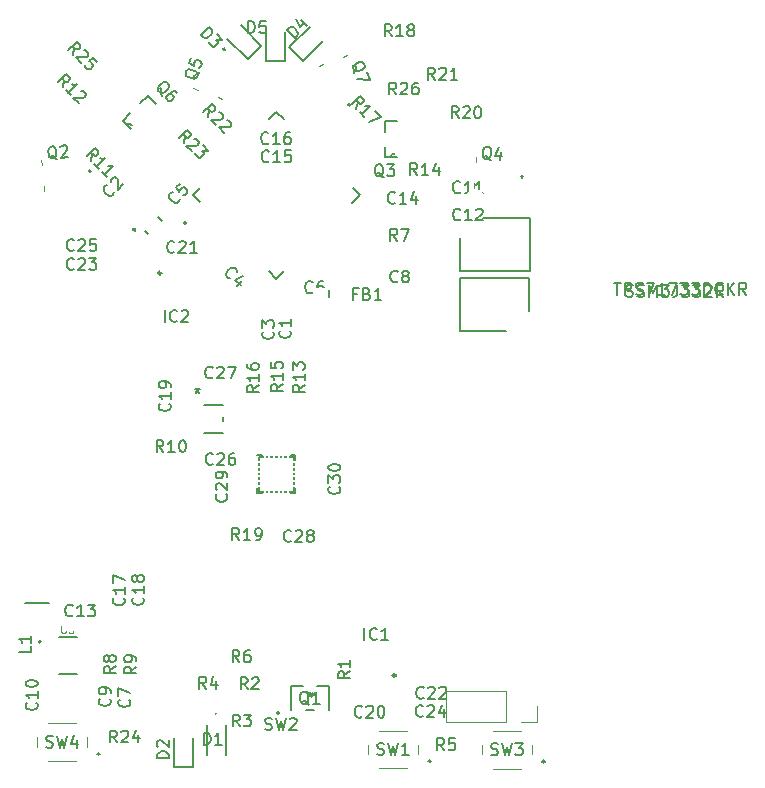
<source format=gto>
G04 #@! TF.GenerationSoftware,KiCad,Pcbnew,(5.1.9)-1*
G04 #@! TF.CreationDate,2021-05-10T17:03:18+09:00*
G04 #@! TF.ProjectId,part02,70617274-3032-42e6-9b69-6361645f7063,rev?*
G04 #@! TF.SameCoordinates,Original*
G04 #@! TF.FileFunction,Legend,Top*
G04 #@! TF.FilePolarity,Positive*
%FSLAX46Y46*%
G04 Gerber Fmt 4.6, Leading zero omitted, Abs format (unit mm)*
G04 Created by KiCad (PCBNEW (5.1.9)-1) date 2021-05-10 17:03:18*
%MOMM*%
%LPD*%
G01*
G04 APERTURE LIST*
%ADD10C,0.127000*%
%ADD11C,0.200000*%
%ADD12C,0.250000*%
%ADD13C,0.120000*%
%ADD14C,0.152400*%
%ADD15C,0.100000*%
%ADD16C,0.150000*%
%ADD17C,0.015000*%
%ADD18C,0.254000*%
%ADD19R,1.000000X1.700000*%
%ADD20R,0.700000X0.300000*%
%ADD21O,1.700000X1.700000*%
%ADD22R,1.700000X1.700000*%
%ADD23C,1.350000*%
%ADD24R,1.350000X1.350000*%
%ADD25R,1.050000X0.650000*%
%ADD26R,1.450000X0.590000*%
%ADD27R,0.845299X0.304800*%
%ADD28R,0.200000X0.800000*%
%ADD29R,0.875000X0.800000*%
%ADD30R,0.800000X0.200000*%
%ADD31R,0.700000X0.200000*%
%ADD32R,0.200000X0.700000*%
%ADD33R,1.524000X1.524000*%
%ADD34C,1.524000*%
%ADD35R,1.320800X0.558800*%
%ADD36R,0.508000X0.504800*%
%ADD37C,1.416000*%
%ADD38R,0.940000X0.730000*%
%ADD39R,0.730000X0.940000*%
%ADD40R,1.000000X0.950000*%
%ADD41R,0.950000X1.000000*%
%ADD42R,0.950000X0.800000*%
%ADD43R,2.200000X0.850000*%
%ADD44R,1.200000X0.850000*%
G04 APERTURE END LIST*
D10*
X100000000Y-76028932D02*
X100618718Y-76647651D01*
X107071068Y-83100000D02*
X106452349Y-82481282D01*
X92928932Y-83100000D02*
X93547651Y-83718718D01*
X100000000Y-90171068D02*
X99381282Y-89552349D01*
X100000000Y-76028932D02*
X99381282Y-76647651D01*
X107071068Y-83100000D02*
X106429368Y-83741699D01*
X92928932Y-83100000D02*
X93547651Y-82481282D01*
X100000000Y-90171068D02*
X100618718Y-89552349D01*
D11*
X92364252Y-85461737D02*
G75*
G03*
X92364252Y-85461737I-100000J0D01*
G01*
D12*
X110105000Y-123763000D02*
G75*
G03*
X110105000Y-123763000I-125000J0D01*
G01*
X90248000Y-89697000D02*
G75*
G03*
X90248000Y-89697000I-125000J0D01*
G01*
D13*
X122075000Y-126380000D02*
X122075000Y-127710000D01*
X122075000Y-127710000D02*
X120745000Y-127710000D01*
X119475000Y-127710000D02*
X114335000Y-127710000D01*
X114335000Y-125050000D02*
X114335000Y-127710000D01*
X119475000Y-125050000D02*
X114335000Y-125050000D01*
X119475000Y-125050000D02*
X119475000Y-127710000D01*
D11*
X117488000Y-85008000D02*
X121438000Y-85008000D01*
X121438000Y-85008000D02*
X121438000Y-89508000D01*
X121438000Y-89508000D02*
X115538000Y-89508000D01*
X115538000Y-89508000D02*
X115538000Y-86708000D01*
D14*
X87253843Y-77115105D02*
X87666935Y-77528196D01*
X86966475Y-76827736D02*
X87253843Y-77115105D01*
X89121736Y-74672475D02*
X88475158Y-75319053D01*
X89822196Y-75372935D02*
X89121736Y-74672475D01*
X87613053Y-76181158D02*
X86966475Y-76827736D01*
X87253843Y-77115105D02*
G75*
G02*
X87738777Y-77204907I211027J-214678D01*
G01*
D15*
X111069000Y-131630000D02*
X108669000Y-131630000D01*
X111069000Y-128430000D02*
X108669000Y-128430000D01*
X111969000Y-130430000D02*
X111969000Y-129630000D01*
X107769000Y-130430000D02*
X107769000Y-129630000D01*
X112869000Y-131030000D02*
X112869000Y-131030000D01*
D11*
X112869000Y-131030000D02*
X112869000Y-131030000D01*
X113069000Y-131030000D02*
X113069000Y-131030000D01*
X112869000Y-131030000D02*
G75*
G02*
X113069000Y-131030000I100000J0D01*
G01*
X113069000Y-131030000D02*
G75*
G02*
X112869000Y-131030000I-100000J0D01*
G01*
D15*
X120706000Y-131656000D02*
X118306000Y-131656000D01*
X120706000Y-128456000D02*
X118306000Y-128456000D01*
X121606000Y-130456000D02*
X121606000Y-129656000D01*
X117406000Y-130456000D02*
X117406000Y-129656000D01*
X122506000Y-131056000D02*
X122506000Y-131056000D01*
D11*
X122506000Y-131056000D02*
X122506000Y-131056000D01*
X122706000Y-131056000D02*
X122706000Y-131056000D01*
X122506000Y-131056000D02*
G75*
G02*
X122706000Y-131056000I100000J0D01*
G01*
X122706000Y-131056000D02*
G75*
G02*
X122506000Y-131056000I-100000J0D01*
G01*
D15*
X83031000Y-131020000D02*
X80631000Y-131020000D01*
X83031000Y-127820000D02*
X80631000Y-127820000D01*
X83931000Y-129820000D02*
X83931000Y-129020000D01*
X79731000Y-129820000D02*
X79731000Y-129020000D01*
X84831000Y-130420000D02*
X84831000Y-130420000D01*
D11*
X84831000Y-130420000D02*
X84831000Y-130420000D01*
X85031000Y-130420000D02*
X85031000Y-130420000D01*
X84831000Y-130420000D02*
G75*
G02*
X85031000Y-130420000I100000J0D01*
G01*
X85031000Y-130420000D02*
G75*
G02*
X84831000Y-130420000I-100000J0D01*
G01*
X89998264Y-84966893D02*
X90281107Y-85249736D01*
X88866893Y-86098264D02*
X89149736Y-86381107D01*
X88018365Y-86098264D02*
X88018365Y-86098264D01*
X87876944Y-85956843D02*
X87876944Y-85956843D01*
X87876943Y-85956842D02*
G75*
G02*
X88018365Y-86098264I70711J-70711D01*
G01*
X88018364Y-86098263D02*
G75*
G02*
X87876944Y-85956843I-70710J70710D01*
G01*
D10*
X81551000Y-120537000D02*
X83151000Y-120537000D01*
X81551000Y-123667000D02*
X83151000Y-123667000D01*
D11*
X80051000Y-120902000D02*
G75*
G03*
X80051000Y-120902000I-100000J0D01*
G01*
D14*
X95504000Y-100838000D02*
X93853000Y-100838000D01*
X95504000Y-102209359D02*
X95504000Y-101879641D01*
X93853000Y-103251000D02*
X95504000Y-103251000D01*
D16*
X98500000Y-108250000D02*
X98500000Y-105250000D01*
X101500000Y-108250000D02*
X98500000Y-108250000D01*
X101500000Y-105250000D02*
X101500000Y-108250000D01*
X98500000Y-105250000D02*
X101500000Y-105250000D01*
X101590000Y-105110000D02*
X101190000Y-105110000D01*
X98390000Y-108310000D02*
X98790000Y-108310000D01*
X101590000Y-108310000D02*
X101190000Y-108310000D01*
X101590000Y-105110000D02*
X101590000Y-105510000D01*
X101590000Y-108310000D02*
X101590000Y-107910000D01*
X98390000Y-108310000D02*
X98390000Y-107910000D01*
X98390000Y-105110000D02*
X98790000Y-105110000D01*
D11*
X119466000Y-94641000D02*
X115516000Y-94641000D01*
X115516000Y-94641000D02*
X115516000Y-90141000D01*
X115516000Y-90141000D02*
X121416000Y-90141000D01*
X121416000Y-90141000D02*
X121416000Y-92941000D01*
D14*
X109620200Y-79901000D02*
X110204400Y-79901000D01*
X109213800Y-79901000D02*
X109620200Y-79901000D01*
X109213800Y-76853000D02*
X109213800Y-77767400D01*
X110204400Y-76853000D02*
X109213800Y-76853000D01*
X109213800Y-78986600D02*
X109213800Y-79901000D01*
X109620200Y-79901000D02*
G75*
G02*
X110026600Y-79621600I301019J-2582D01*
G01*
X100254200Y-126935600D02*
G75*
G03*
X100254200Y-126935600I-127000J0D01*
G01*
X102258260Y-124662300D02*
X101270200Y-124662300D01*
X101270200Y-124662300D02*
X101270200Y-126719700D01*
X104419800Y-124662300D02*
X103431740Y-124662300D01*
X104419800Y-126719700D02*
X104419800Y-124662300D01*
X102481739Y-126719700D02*
X103208261Y-126719700D01*
D15*
X80092405Y-80135681D02*
X80127268Y-80534158D01*
X80319010Y-82725787D02*
X80284148Y-82327309D01*
D11*
X84181771Y-80982491D02*
X84181771Y-80982491D01*
X84199202Y-81181730D02*
X84199202Y-81181730D01*
X84181772Y-80982492D02*
G75*
G03*
X84199202Y-81181730I8715J-99619D01*
G01*
X84199203Y-81181731D02*
G75*
G03*
X84181771Y-80982491I-8716J99620D01*
G01*
D15*
X116919010Y-79874213D02*
X116884148Y-80272691D01*
X116692405Y-82464319D02*
X116727268Y-82065842D01*
D11*
X120799202Y-81418270D02*
X120799202Y-81418270D01*
X120781771Y-81617509D02*
X120781771Y-81617509D01*
X120799203Y-81418269D02*
G75*
G03*
X120781771Y-81617509I-8716J-99620D01*
G01*
X120781772Y-81617508D02*
G75*
G03*
X120799202Y-81418270I8715J99619D01*
G01*
D15*
X106008570Y-71245835D02*
X105632693Y-71382643D01*
X103565369Y-72135087D02*
X103941246Y-71998279D01*
D11*
X106249020Y-75415030D02*
X106249020Y-75415030D01*
X106061081Y-75483434D02*
X106061081Y-75483434D01*
X106249019Y-75415030D02*
G75*
G03*
X106061081Y-75483434I-93969J-34202D01*
G01*
X106061080Y-75483434D02*
G75*
G03*
X106249020Y-75415030I93970J34202D01*
G01*
D15*
X92965369Y-74064913D02*
X93341246Y-74201721D01*
X95408570Y-74954165D02*
X95032693Y-74817357D01*
D11*
X95461081Y-70716566D02*
X95461081Y-70716566D01*
X95649020Y-70784970D02*
X95649020Y-70784970D01*
X95461080Y-70716566D02*
G75*
G03*
X95649020Y-70784970I93970J-34202D01*
G01*
X95649019Y-70784970D02*
G75*
G03*
X95461081Y-70716566I-93969J34202D01*
G01*
X98730734Y-70439008D02*
X96998322Y-68706596D01*
X97564008Y-71605734D02*
X98730734Y-70439008D01*
X95831596Y-69873322D02*
X97564008Y-71605734D01*
X102246992Y-71743734D02*
X103979404Y-70011322D01*
X101080266Y-70577008D02*
X102246992Y-71743734D01*
X102812678Y-68844596D02*
X101080266Y-70577008D01*
X100744000Y-71740000D02*
X100744000Y-69290000D01*
X99094000Y-71740000D02*
X100744000Y-71740000D01*
X99094000Y-69290000D02*
X99094000Y-71740000D01*
X92955000Y-131500000D02*
X92955000Y-129050000D01*
X91305000Y-131500000D02*
X92955000Y-131500000D01*
X91305000Y-129050000D02*
X91305000Y-131500000D01*
X104450000Y-91732000D02*
X104450000Y-91132000D01*
X78722000Y-117596000D02*
X80722000Y-117596000D01*
X94872890Y-127003000D02*
G75*
G03*
X94872890Y-127003000I-17890J0D01*
G01*
X95700000Y-127930000D02*
X95700000Y-130530000D01*
X94100000Y-130530000D02*
X94100000Y-127930000D01*
D17*
D16*
X107453809Y-120745380D02*
X107453809Y-119745380D01*
X108501428Y-120650142D02*
X108453809Y-120697761D01*
X108310952Y-120745380D01*
X108215714Y-120745380D01*
X108072857Y-120697761D01*
X107977619Y-120602523D01*
X107930000Y-120507285D01*
X107882380Y-120316809D01*
X107882380Y-120173952D01*
X107930000Y-119983476D01*
X107977619Y-119888238D01*
X108072857Y-119793000D01*
X108215714Y-119745380D01*
X108310952Y-119745380D01*
X108453809Y-119793000D01*
X108501428Y-119840619D01*
X109453809Y-120745380D02*
X108882380Y-120745380D01*
X109168095Y-120745380D02*
X109168095Y-119745380D01*
X109072857Y-119888238D01*
X108977619Y-119983476D01*
X108882380Y-120031095D01*
X90545809Y-93836380D02*
X90545809Y-92836380D01*
X91593428Y-93741142D02*
X91545809Y-93788761D01*
X91402952Y-93836380D01*
X91307714Y-93836380D01*
X91164857Y-93788761D01*
X91069619Y-93693523D01*
X91022000Y-93598285D01*
X90974380Y-93407809D01*
X90974380Y-93264952D01*
X91022000Y-93074476D01*
X91069619Y-92979238D01*
X91164857Y-92884000D01*
X91307714Y-92836380D01*
X91402952Y-92836380D01*
X91545809Y-92884000D01*
X91593428Y-92931619D01*
X91974380Y-92931619D02*
X92022000Y-92884000D01*
X92117238Y-92836380D01*
X92355333Y-92836380D01*
X92450571Y-92884000D01*
X92498190Y-92931619D01*
X92545809Y-93026857D01*
X92545809Y-93122095D01*
X92498190Y-93264952D01*
X91926761Y-93836380D01*
X92545809Y-93836380D01*
D18*
D16*
X90270431Y-74664881D02*
X90236759Y-74563866D01*
X90236759Y-74429179D01*
X90236759Y-74227148D01*
X90203087Y-74126133D01*
X90135744Y-74058790D01*
X90001057Y-74260820D02*
X89967385Y-74159805D01*
X89967385Y-74025118D01*
X90068400Y-73856759D01*
X90304103Y-73621057D01*
X90472461Y-73520042D01*
X90607148Y-73520042D01*
X90708164Y-73553713D01*
X90842851Y-73688400D01*
X90876522Y-73789416D01*
X90876522Y-73924103D01*
X90775507Y-74092461D01*
X90539805Y-74328164D01*
X90371446Y-74429179D01*
X90236759Y-74429179D01*
X90135744Y-74395507D01*
X90001057Y-74260820D01*
X91617301Y-74462851D02*
X91482614Y-74328164D01*
X91381599Y-74294492D01*
X91314255Y-74294492D01*
X91145896Y-74328164D01*
X90977538Y-74429179D01*
X90708164Y-74698553D01*
X90674492Y-74799568D01*
X90674492Y-74866912D01*
X90708164Y-74967927D01*
X90842851Y-75102614D01*
X90943866Y-75136286D01*
X91011209Y-75136286D01*
X91112225Y-75102614D01*
X91280583Y-74934255D01*
X91314255Y-74833240D01*
X91314255Y-74765896D01*
X91280583Y-74664881D01*
X91145896Y-74530194D01*
X91044881Y-74496522D01*
X90977538Y-74496522D01*
X90876522Y-74530194D01*
X108535666Y-130434761D02*
X108678523Y-130482380D01*
X108916619Y-130482380D01*
X109011857Y-130434761D01*
X109059476Y-130387142D01*
X109107095Y-130291904D01*
X109107095Y-130196666D01*
X109059476Y-130101428D01*
X109011857Y-130053809D01*
X108916619Y-130006190D01*
X108726142Y-129958571D01*
X108630904Y-129910952D01*
X108583285Y-129863333D01*
X108535666Y-129768095D01*
X108535666Y-129672857D01*
X108583285Y-129577619D01*
X108630904Y-129530000D01*
X108726142Y-129482380D01*
X108964238Y-129482380D01*
X109107095Y-129530000D01*
X109440428Y-129482380D02*
X109678523Y-130482380D01*
X109869000Y-129768095D01*
X110059476Y-130482380D01*
X110297571Y-129482380D01*
X111202333Y-130482380D02*
X110630904Y-130482380D01*
X110916619Y-130482380D02*
X110916619Y-129482380D01*
X110821380Y-129625238D01*
X110726142Y-129720476D01*
X110630904Y-129768095D01*
X118172666Y-130460761D02*
X118315523Y-130508380D01*
X118553619Y-130508380D01*
X118648857Y-130460761D01*
X118696476Y-130413142D01*
X118744095Y-130317904D01*
X118744095Y-130222666D01*
X118696476Y-130127428D01*
X118648857Y-130079809D01*
X118553619Y-130032190D01*
X118363142Y-129984571D01*
X118267904Y-129936952D01*
X118220285Y-129889333D01*
X118172666Y-129794095D01*
X118172666Y-129698857D01*
X118220285Y-129603619D01*
X118267904Y-129556000D01*
X118363142Y-129508380D01*
X118601238Y-129508380D01*
X118744095Y-129556000D01*
X119077428Y-129508380D02*
X119315523Y-130508380D01*
X119506000Y-129794095D01*
X119696476Y-130508380D01*
X119934571Y-129508380D01*
X120220285Y-129508380D02*
X120839333Y-129508380D01*
X120506000Y-129889333D01*
X120648857Y-129889333D01*
X120744095Y-129936952D01*
X120791714Y-129984571D01*
X120839333Y-130079809D01*
X120839333Y-130317904D01*
X120791714Y-130413142D01*
X120744095Y-130460761D01*
X120648857Y-130508380D01*
X120363142Y-130508380D01*
X120267904Y-130460761D01*
X120220285Y-130413142D01*
X80505666Y-129828761D02*
X80648523Y-129876380D01*
X80886619Y-129876380D01*
X80981857Y-129828761D01*
X81029476Y-129781142D01*
X81077095Y-129685904D01*
X81077095Y-129590666D01*
X81029476Y-129495428D01*
X80981857Y-129447809D01*
X80886619Y-129400190D01*
X80696142Y-129352571D01*
X80600904Y-129304952D01*
X80553285Y-129257333D01*
X80505666Y-129162095D01*
X80505666Y-129066857D01*
X80553285Y-128971619D01*
X80600904Y-128924000D01*
X80696142Y-128876380D01*
X80934238Y-128876380D01*
X81077095Y-128924000D01*
X81410428Y-128876380D02*
X81648523Y-129876380D01*
X81839000Y-129162095D01*
X82029476Y-129876380D01*
X82267571Y-128876380D01*
X83077095Y-129209714D02*
X83077095Y-129876380D01*
X82839000Y-128828761D02*
X82600904Y-129543047D01*
X83219952Y-129543047D01*
D18*
D17*
X81795380Y-119545123D02*
X81795380Y-120063219D01*
X81825857Y-120124171D01*
X81856333Y-120154647D01*
X81917285Y-120185123D01*
X82039190Y-120185123D01*
X82100142Y-120154647D01*
X82130619Y-120124171D01*
X82161095Y-120063219D01*
X82161095Y-119545123D01*
X82404904Y-119545123D02*
X82801095Y-119545123D01*
X82587761Y-119788933D01*
X82679190Y-119788933D01*
X82740142Y-119819409D01*
X82770619Y-119849885D01*
X82801095Y-119910838D01*
X82801095Y-120063219D01*
X82770619Y-120124171D01*
X82740142Y-120154647D01*
X82679190Y-120185123D01*
X82496333Y-120185123D01*
X82435380Y-120154647D01*
X82404904Y-120124171D01*
D16*
X128575142Y-90533380D02*
X129146571Y-90533380D01*
X128860857Y-91533380D02*
X128860857Y-90533380D01*
X129479904Y-91533380D02*
X129479904Y-90533380D01*
X129860857Y-90533380D01*
X129956095Y-90581000D01*
X130003714Y-90628619D01*
X130051333Y-90723857D01*
X130051333Y-90866714D01*
X130003714Y-90961952D01*
X129956095Y-91009571D01*
X129860857Y-91057190D01*
X129479904Y-91057190D01*
X130432285Y-91485761D02*
X130575142Y-91533380D01*
X130813238Y-91533380D01*
X130908476Y-91485761D01*
X130956095Y-91438142D01*
X131003714Y-91342904D01*
X131003714Y-91247666D01*
X130956095Y-91152428D01*
X130908476Y-91104809D01*
X130813238Y-91057190D01*
X130622761Y-91009571D01*
X130527523Y-90961952D01*
X130479904Y-90914333D01*
X130432285Y-90819095D01*
X130432285Y-90723857D01*
X130479904Y-90628619D01*
X130527523Y-90581000D01*
X130622761Y-90533380D01*
X130860857Y-90533380D01*
X131003714Y-90581000D01*
X131337047Y-90533380D02*
X132003714Y-90533380D01*
X131575142Y-91533380D01*
X132908476Y-91533380D02*
X132337047Y-91533380D01*
X132622761Y-91533380D02*
X132622761Y-90533380D01*
X132527523Y-90676238D01*
X132432285Y-90771476D01*
X132337047Y-90819095D01*
X133241809Y-90533380D02*
X133908476Y-90533380D01*
X133479904Y-91533380D01*
X134194190Y-90533380D02*
X134813238Y-90533380D01*
X134479904Y-90914333D01*
X134622761Y-90914333D01*
X134718000Y-90961952D01*
X134765619Y-91009571D01*
X134813238Y-91104809D01*
X134813238Y-91342904D01*
X134765619Y-91438142D01*
X134718000Y-91485761D01*
X134622761Y-91533380D01*
X134337047Y-91533380D01*
X134241809Y-91485761D01*
X134194190Y-91438142D01*
X135146571Y-90533380D02*
X135765619Y-90533380D01*
X135432285Y-90914333D01*
X135575142Y-90914333D01*
X135670380Y-90961952D01*
X135718000Y-91009571D01*
X135765619Y-91104809D01*
X135765619Y-91342904D01*
X135718000Y-91438142D01*
X135670380Y-91485761D01*
X135575142Y-91533380D01*
X135289428Y-91533380D01*
X135194190Y-91485761D01*
X135146571Y-91438142D01*
X136194190Y-91533380D02*
X136194190Y-90533380D01*
X136432285Y-90533380D01*
X136575142Y-90581000D01*
X136670380Y-90676238D01*
X136718000Y-90771476D01*
X136765619Y-90961952D01*
X136765619Y-91104809D01*
X136718000Y-91295285D01*
X136670380Y-91390523D01*
X136575142Y-91485761D01*
X136432285Y-91533380D01*
X136194190Y-91533380D01*
X137765619Y-91438142D02*
X137718000Y-91485761D01*
X137575142Y-91533380D01*
X137479904Y-91533380D01*
X137337047Y-91485761D01*
X137241809Y-91390523D01*
X137194190Y-91295285D01*
X137146571Y-91104809D01*
X137146571Y-90961952D01*
X137194190Y-90771476D01*
X137241809Y-90676238D01*
X137337047Y-90581000D01*
X137479904Y-90533380D01*
X137575142Y-90533380D01*
X137718000Y-90581000D01*
X137765619Y-90628619D01*
X138194190Y-91533380D02*
X138194190Y-90533380D01*
X138765619Y-91533380D02*
X138337047Y-90961952D01*
X138765619Y-90533380D02*
X138194190Y-91104809D01*
X139765619Y-91533380D02*
X139432285Y-91057190D01*
X139194190Y-91533380D02*
X139194190Y-90533380D01*
X139575142Y-90533380D01*
X139670380Y-90581000D01*
X139718000Y-90628619D01*
X139765619Y-90723857D01*
X139765619Y-90866714D01*
X139718000Y-90961952D01*
X139670380Y-91009571D01*
X139575142Y-91057190D01*
X139194190Y-91057190D01*
X93303350Y-99399080D02*
X93303350Y-99637176D01*
X93065254Y-99541938D02*
X93303350Y-99637176D01*
X93541445Y-99541938D01*
X93160492Y-99827652D02*
X93303350Y-99637176D01*
X93446207Y-99827652D01*
X93303350Y-99399080D02*
X93303350Y-99637176D01*
X93065254Y-99541938D02*
X93303350Y-99637176D01*
X93541445Y-99541938D01*
X93160492Y-99827652D02*
X93303350Y-99637176D01*
X93446207Y-99827652D01*
X99034666Y-128328761D02*
X99177523Y-128376380D01*
X99415619Y-128376380D01*
X99510857Y-128328761D01*
X99558476Y-128281142D01*
X99606095Y-128185904D01*
X99606095Y-128090666D01*
X99558476Y-127995428D01*
X99510857Y-127947809D01*
X99415619Y-127900190D01*
X99225142Y-127852571D01*
X99129904Y-127804952D01*
X99082285Y-127757333D01*
X99034666Y-127662095D01*
X99034666Y-127566857D01*
X99082285Y-127471619D01*
X99129904Y-127424000D01*
X99225142Y-127376380D01*
X99463238Y-127376380D01*
X99606095Y-127424000D01*
X99939428Y-127376380D02*
X100177523Y-128376380D01*
X100368000Y-127662095D01*
X100558476Y-128376380D01*
X100796571Y-127376380D01*
X101129904Y-127471619D02*
X101177523Y-127424000D01*
X101272761Y-127376380D01*
X101510857Y-127376380D01*
X101606095Y-127424000D01*
X101653714Y-127471619D01*
X101701333Y-127566857D01*
X101701333Y-127662095D01*
X101653714Y-127804952D01*
X101082285Y-128376380D01*
X101701333Y-128376380D01*
D18*
D16*
X109072761Y-81594619D02*
X108977523Y-81547000D01*
X108882285Y-81451761D01*
X108739428Y-81308904D01*
X108644190Y-81261285D01*
X108548952Y-81261285D01*
X108596571Y-81499380D02*
X108501333Y-81451761D01*
X108406095Y-81356523D01*
X108358476Y-81166047D01*
X108358476Y-80832714D01*
X108406095Y-80642238D01*
X108501333Y-80547000D01*
X108596571Y-80499380D01*
X108787047Y-80499380D01*
X108882285Y-80547000D01*
X108977523Y-80642238D01*
X109025142Y-80832714D01*
X109025142Y-81166047D01*
X108977523Y-81356523D01*
X108882285Y-81451761D01*
X108787047Y-81499380D01*
X108596571Y-81499380D01*
X109358476Y-80499380D02*
X109977523Y-80499380D01*
X109644190Y-80880333D01*
X109787047Y-80880333D01*
X109882285Y-80927952D01*
X109929904Y-80975571D01*
X109977523Y-81070809D01*
X109977523Y-81308904D01*
X109929904Y-81404142D01*
X109882285Y-81451761D01*
X109787047Y-81499380D01*
X109501333Y-81499380D01*
X109406095Y-81451761D01*
X109358476Y-81404142D01*
X102749761Y-126238619D02*
X102654523Y-126191000D01*
X102559285Y-126095761D01*
X102416428Y-125952904D01*
X102321190Y-125905285D01*
X102225952Y-125905285D01*
X102273571Y-126143380D02*
X102178333Y-126095761D01*
X102083095Y-126000523D01*
X102035476Y-125810047D01*
X102035476Y-125476714D01*
X102083095Y-125286238D01*
X102178333Y-125191000D01*
X102273571Y-125143380D01*
X102464047Y-125143380D01*
X102559285Y-125191000D01*
X102654523Y-125286238D01*
X102702142Y-125476714D01*
X102702142Y-125810047D01*
X102654523Y-126000523D01*
X102559285Y-126095761D01*
X102464047Y-126143380D01*
X102273571Y-126143380D01*
X103654523Y-126143380D02*
X103083095Y-126143380D01*
X103368809Y-126143380D02*
X103368809Y-125143380D01*
X103273571Y-125286238D01*
X103178333Y-125381476D01*
X103083095Y-125429095D01*
X129601952Y-91651761D02*
X129744809Y-91699380D01*
X129982904Y-91699380D01*
X130078142Y-91651761D01*
X130125761Y-91604142D01*
X130173380Y-91508904D01*
X130173380Y-91413666D01*
X130125761Y-91318428D01*
X130078142Y-91270809D01*
X129982904Y-91223190D01*
X129792428Y-91175571D01*
X129697190Y-91127952D01*
X129649571Y-91080333D01*
X129601952Y-90985095D01*
X129601952Y-90889857D01*
X129649571Y-90794619D01*
X129697190Y-90747000D01*
X129792428Y-90699380D01*
X130030523Y-90699380D01*
X130173380Y-90747000D01*
X130554333Y-91651761D02*
X130697190Y-91699380D01*
X130935285Y-91699380D01*
X131030523Y-91651761D01*
X131078142Y-91604142D01*
X131125761Y-91508904D01*
X131125761Y-91413666D01*
X131078142Y-91318428D01*
X131030523Y-91270809D01*
X130935285Y-91223190D01*
X130744809Y-91175571D01*
X130649571Y-91127952D01*
X130601952Y-91080333D01*
X130554333Y-90985095D01*
X130554333Y-90889857D01*
X130601952Y-90794619D01*
X130649571Y-90747000D01*
X130744809Y-90699380D01*
X130982904Y-90699380D01*
X131125761Y-90747000D01*
X131554333Y-91699380D02*
X131554333Y-90699380D01*
X131887666Y-91413666D01*
X132221000Y-90699380D01*
X132221000Y-91699380D01*
X132601952Y-90699380D02*
X133221000Y-90699380D01*
X132887666Y-91080333D01*
X133030523Y-91080333D01*
X133125761Y-91127952D01*
X133173380Y-91175571D01*
X133221000Y-91270809D01*
X133221000Y-91508904D01*
X133173380Y-91604142D01*
X133125761Y-91651761D01*
X133030523Y-91699380D01*
X132744809Y-91699380D01*
X132649571Y-91651761D01*
X132601952Y-91604142D01*
X133935285Y-90699380D02*
X133935285Y-91413666D01*
X133887666Y-91556523D01*
X133792428Y-91651761D01*
X133649571Y-91699380D01*
X133554333Y-91699380D01*
X134316238Y-90699380D02*
X134935285Y-90699380D01*
X134601952Y-91080333D01*
X134744809Y-91080333D01*
X134840047Y-91127952D01*
X134887666Y-91175571D01*
X134935285Y-91270809D01*
X134935285Y-91508904D01*
X134887666Y-91604142D01*
X134840047Y-91651761D01*
X134744809Y-91699380D01*
X134459095Y-91699380D01*
X134363857Y-91651761D01*
X134316238Y-91604142D01*
X135268619Y-90699380D02*
X135887666Y-90699380D01*
X135554333Y-91080333D01*
X135697190Y-91080333D01*
X135792428Y-91127952D01*
X135840047Y-91175571D01*
X135887666Y-91270809D01*
X135887666Y-91508904D01*
X135840047Y-91604142D01*
X135792428Y-91651761D01*
X135697190Y-91699380D01*
X135411476Y-91699380D01*
X135316238Y-91651761D01*
X135268619Y-91604142D01*
X136268619Y-90794619D02*
X136316238Y-90747000D01*
X136411476Y-90699380D01*
X136649571Y-90699380D01*
X136744809Y-90747000D01*
X136792428Y-90794619D01*
X136840047Y-90889857D01*
X136840047Y-90985095D01*
X136792428Y-91127952D01*
X136221000Y-91699380D01*
X136840047Y-91699380D01*
X137840047Y-91699380D02*
X137506714Y-91223190D01*
X137268619Y-91699380D02*
X137268619Y-90699380D01*
X137649571Y-90699380D01*
X137744809Y-90747000D01*
X137792428Y-90794619D01*
X137840047Y-90889857D01*
X137840047Y-91032714D01*
X137792428Y-91127952D01*
X137744809Y-91175571D01*
X137649571Y-91223190D01*
X137268619Y-91223190D01*
X102845000Y-125143380D02*
X102845000Y-125381476D01*
X102606904Y-125286238D02*
X102845000Y-125381476D01*
X103083095Y-125286238D01*
X102702142Y-125571952D02*
X102845000Y-125381476D01*
X102987857Y-125571952D01*
D18*
D16*
X81460853Y-80043835D02*
X81361827Y-80004698D01*
X81258651Y-79918123D01*
X81103886Y-79788260D01*
X81004860Y-79749123D01*
X80909985Y-79757423D01*
X80978174Y-79990462D02*
X80879148Y-79951325D01*
X80775972Y-79864750D01*
X80711933Y-79679149D01*
X80682881Y-79347084D01*
X80713718Y-79153182D01*
X80800293Y-79050006D01*
X80891018Y-78994268D01*
X81080770Y-78977666D01*
X81179796Y-79016804D01*
X81282972Y-79103379D01*
X81347011Y-79288980D01*
X81376063Y-79621045D01*
X81345226Y-79814947D01*
X81258651Y-79918123D01*
X81167925Y-79973861D01*
X80978174Y-79990462D01*
X81705762Y-79018589D02*
X81749050Y-78967001D01*
X81839775Y-78911262D01*
X82076964Y-78890511D01*
X82175990Y-78929648D01*
X82227578Y-78972936D01*
X82283317Y-79063661D01*
X82291617Y-79158537D01*
X82256630Y-79305001D01*
X81737179Y-79924058D01*
X82353871Y-79870104D01*
X118148396Y-80149234D02*
X118057670Y-80093496D01*
X117971095Y-79990320D01*
X117841232Y-79835555D01*
X117750507Y-79779817D01*
X117655631Y-79771516D01*
X117682318Y-80012856D02*
X117591592Y-79957117D01*
X117505017Y-79853941D01*
X117474180Y-79660039D01*
X117503232Y-79327975D01*
X117567271Y-79142373D01*
X117670448Y-79055798D01*
X117769474Y-79016661D01*
X117959225Y-79033262D01*
X118049950Y-79089001D01*
X118136525Y-79192177D01*
X118167362Y-79386078D01*
X118138310Y-79718143D01*
X118074271Y-79903744D01*
X117971095Y-79990320D01*
X117872069Y-80029457D01*
X117682318Y-80012856D01*
X119021243Y-79460783D02*
X118963140Y-80124913D01*
X118817256Y-79060529D02*
X118517813Y-79751345D01*
X119134505Y-79805299D01*
X106550833Y-72790802D02*
X106563006Y-72685021D01*
X106619928Y-72562953D01*
X106705309Y-72379851D01*
X106717483Y-72274070D01*
X106684910Y-72184575D01*
X106477460Y-72310756D02*
X106489634Y-72204974D01*
X106546555Y-72082907D01*
X106709258Y-71973013D01*
X107022489Y-71859006D01*
X107217764Y-71838606D01*
X107339832Y-71895528D01*
X107417153Y-71968736D01*
X107482300Y-72147725D01*
X107470126Y-72253506D01*
X107413205Y-72375574D01*
X107250502Y-72485468D01*
X106937271Y-72599474D01*
X106741996Y-72619874D01*
X106619928Y-72562953D01*
X106542607Y-72489745D01*
X106477460Y-72310756D01*
X107677740Y-72684692D02*
X107905753Y-73311154D01*
X106819481Y-73250448D01*
X93504020Y-72684792D02*
X93426699Y-72758000D01*
X93304631Y-72814921D01*
X93121529Y-72900303D01*
X93044209Y-72973510D01*
X93011635Y-73063005D01*
X93251658Y-73099691D02*
X93174338Y-73172899D01*
X93052270Y-73229820D01*
X92856994Y-73209421D01*
X92543763Y-73095414D01*
X92381061Y-72985520D01*
X92324140Y-72863452D01*
X92311966Y-72757671D01*
X92377113Y-72578682D01*
X92454433Y-72505474D01*
X92576501Y-72448553D01*
X92771777Y-72468952D01*
X93085008Y-72582959D01*
X93247710Y-72692853D01*
X93304631Y-72814921D01*
X93316805Y-72920702D01*
X93251658Y-73099691D01*
X92767993Y-71504747D02*
X92605126Y-71952220D01*
X93036312Y-72159834D01*
X93007851Y-72098800D01*
X92995677Y-71993019D01*
X93077111Y-71769283D01*
X93154431Y-71696075D01*
X93215465Y-71667614D01*
X93321247Y-71655440D01*
X93544983Y-71736874D01*
X93618191Y-71814194D01*
X93646651Y-71875228D01*
X93658825Y-71981009D01*
X93577392Y-72204746D01*
X93500071Y-72277954D01*
X93439037Y-72306414D01*
X101116142Y-94569666D02*
X101163761Y-94617285D01*
X101211380Y-94760142D01*
X101211380Y-94855380D01*
X101163761Y-94998238D01*
X101068523Y-95093476D01*
X100973285Y-95141095D01*
X100782809Y-95188714D01*
X100639952Y-95188714D01*
X100449476Y-95141095D01*
X100354238Y-95093476D01*
X100259000Y-94998238D01*
X100211380Y-94855380D01*
X100211380Y-94760142D01*
X100259000Y-94617285D01*
X100306619Y-94569666D01*
X101211380Y-93617285D02*
X101211380Y-94188714D01*
X101211380Y-93903000D02*
X100211380Y-93903000D01*
X100354238Y-93998238D01*
X100449476Y-94093476D01*
X100497095Y-94188714D01*
X86265687Y-82797389D02*
X86265687Y-82864732D01*
X86198343Y-82999419D01*
X86131000Y-83066763D01*
X85996312Y-83134106D01*
X85861625Y-83134106D01*
X85760610Y-83100435D01*
X85592251Y-82999419D01*
X85491236Y-82898404D01*
X85390221Y-82730045D01*
X85356549Y-82629030D01*
X85356549Y-82494343D01*
X85423893Y-82359656D01*
X85491236Y-82292312D01*
X85625923Y-82224969D01*
X85693267Y-82224969D01*
X85962641Y-81955595D02*
X85962641Y-81888251D01*
X85996312Y-81787236D01*
X86164671Y-81618877D01*
X86265687Y-81585206D01*
X86333030Y-81585206D01*
X86434045Y-81618877D01*
X86501389Y-81686221D01*
X86568732Y-81820908D01*
X86568732Y-82629030D01*
X87006465Y-82191297D01*
X99678142Y-94649666D02*
X99725761Y-94697285D01*
X99773380Y-94840142D01*
X99773380Y-94935380D01*
X99725761Y-95078238D01*
X99630523Y-95173476D01*
X99535285Y-95221095D01*
X99344809Y-95268714D01*
X99201952Y-95268714D01*
X99011476Y-95221095D01*
X98916238Y-95173476D01*
X98821000Y-95078238D01*
X98773380Y-94935380D01*
X98773380Y-94840142D01*
X98821000Y-94697285D01*
X98868619Y-94649666D01*
X98773380Y-94316333D02*
X98773380Y-93697285D01*
X99154333Y-94030619D01*
X99154333Y-93887761D01*
X99201952Y-93792523D01*
X99249571Y-93744904D01*
X99344809Y-93697285D01*
X99582904Y-93697285D01*
X99678142Y-93744904D01*
X99725761Y-93792523D01*
X99773380Y-93887761D01*
X99773380Y-94173476D01*
X99725761Y-94268714D01*
X99678142Y-94316333D01*
X91812687Y-83396389D02*
X91812687Y-83463732D01*
X91745343Y-83598419D01*
X91678000Y-83665763D01*
X91543312Y-83733106D01*
X91408625Y-83733106D01*
X91307610Y-83699435D01*
X91139251Y-83598419D01*
X91038236Y-83497404D01*
X90937221Y-83329045D01*
X90903549Y-83228030D01*
X90903549Y-83093343D01*
X90970893Y-82958656D01*
X91038236Y-82891312D01*
X91172923Y-82823969D01*
X91240267Y-82823969D01*
X91812687Y-82116862D02*
X91475969Y-82453580D01*
X91779015Y-82823969D01*
X91779015Y-82756625D01*
X91812687Y-82655610D01*
X91981045Y-82487251D01*
X92082061Y-82453580D01*
X92149404Y-82453580D01*
X92250419Y-82487251D01*
X92418778Y-82655610D01*
X92452450Y-82756625D01*
X92452450Y-82823969D01*
X92418778Y-82924984D01*
X92250419Y-83093343D01*
X92149404Y-83127015D01*
X92082061Y-83127015D01*
X103054333Y-91302142D02*
X103006714Y-91349761D01*
X102863857Y-91397380D01*
X102768619Y-91397380D01*
X102625761Y-91349761D01*
X102530523Y-91254523D01*
X102482904Y-91159285D01*
X102435285Y-90968809D01*
X102435285Y-90825952D01*
X102482904Y-90635476D01*
X102530523Y-90540238D01*
X102625761Y-90445000D01*
X102768619Y-90397380D01*
X102863857Y-90397380D01*
X103006714Y-90445000D01*
X103054333Y-90492619D01*
X103911476Y-90397380D02*
X103721000Y-90397380D01*
X103625761Y-90445000D01*
X103578142Y-90492619D01*
X103482904Y-90635476D01*
X103435285Y-90825952D01*
X103435285Y-91206904D01*
X103482904Y-91302142D01*
X103530523Y-91349761D01*
X103625761Y-91397380D01*
X103816238Y-91397380D01*
X103911476Y-91349761D01*
X103959095Y-91302142D01*
X104006714Y-91206904D01*
X104006714Y-90968809D01*
X103959095Y-90873571D01*
X103911476Y-90825952D01*
X103816238Y-90778333D01*
X103625761Y-90778333D01*
X103530523Y-90825952D01*
X103482904Y-90873571D01*
X103435285Y-90968809D01*
X87526142Y-125806666D02*
X87573761Y-125854285D01*
X87621380Y-125997142D01*
X87621380Y-126092380D01*
X87573761Y-126235238D01*
X87478523Y-126330476D01*
X87383285Y-126378095D01*
X87192809Y-126425714D01*
X87049952Y-126425714D01*
X86859476Y-126378095D01*
X86764238Y-126330476D01*
X86669000Y-126235238D01*
X86621380Y-126092380D01*
X86621380Y-125997142D01*
X86669000Y-125854285D01*
X86716619Y-125806666D01*
X86621380Y-125473333D02*
X86621380Y-124806666D01*
X87621380Y-125235238D01*
X110269333Y-90393142D02*
X110221714Y-90440761D01*
X110078857Y-90488380D01*
X109983619Y-90488380D01*
X109840761Y-90440761D01*
X109745523Y-90345523D01*
X109697904Y-90250285D01*
X109650285Y-90059809D01*
X109650285Y-89916952D01*
X109697904Y-89726476D01*
X109745523Y-89631238D01*
X109840761Y-89536000D01*
X109983619Y-89488380D01*
X110078857Y-89488380D01*
X110221714Y-89536000D01*
X110269333Y-89583619D01*
X110840761Y-89916952D02*
X110745523Y-89869333D01*
X110697904Y-89821714D01*
X110650285Y-89726476D01*
X110650285Y-89678857D01*
X110697904Y-89583619D01*
X110745523Y-89536000D01*
X110840761Y-89488380D01*
X111031238Y-89488380D01*
X111126476Y-89536000D01*
X111174095Y-89583619D01*
X111221714Y-89678857D01*
X111221714Y-89726476D01*
X111174095Y-89821714D01*
X111126476Y-89869333D01*
X111031238Y-89916952D01*
X110840761Y-89916952D01*
X110745523Y-89964571D01*
X110697904Y-90012190D01*
X110650285Y-90107428D01*
X110650285Y-90297904D01*
X110697904Y-90393142D01*
X110745523Y-90440761D01*
X110840761Y-90488380D01*
X111031238Y-90488380D01*
X111126476Y-90440761D01*
X111174095Y-90393142D01*
X111221714Y-90297904D01*
X111221714Y-90107428D01*
X111174095Y-90012190D01*
X111126476Y-89964571D01*
X111031238Y-89916952D01*
X85869142Y-125724666D02*
X85916761Y-125772285D01*
X85964380Y-125915142D01*
X85964380Y-126010380D01*
X85916761Y-126153238D01*
X85821523Y-126248476D01*
X85726285Y-126296095D01*
X85535809Y-126343714D01*
X85392952Y-126343714D01*
X85202476Y-126296095D01*
X85107238Y-126248476D01*
X85012000Y-126153238D01*
X84964380Y-126010380D01*
X84964380Y-125915142D01*
X85012000Y-125772285D01*
X85059619Y-125724666D01*
X85964380Y-125248476D02*
X85964380Y-125058000D01*
X85916761Y-124962761D01*
X85869142Y-124915142D01*
X85726285Y-124819904D01*
X85535809Y-124772285D01*
X85154857Y-124772285D01*
X85059619Y-124819904D01*
X85012000Y-124867523D01*
X84964380Y-124962761D01*
X84964380Y-125153238D01*
X85012000Y-125248476D01*
X85059619Y-125296095D01*
X85154857Y-125343714D01*
X85392952Y-125343714D01*
X85488190Y-125296095D01*
X85535809Y-125248476D01*
X85583428Y-125153238D01*
X85583428Y-124962761D01*
X85535809Y-124867523D01*
X85488190Y-124819904D01*
X85392952Y-124772285D01*
X79683142Y-126062857D02*
X79730761Y-126110476D01*
X79778380Y-126253333D01*
X79778380Y-126348571D01*
X79730761Y-126491428D01*
X79635523Y-126586666D01*
X79540285Y-126634285D01*
X79349809Y-126681904D01*
X79206952Y-126681904D01*
X79016476Y-126634285D01*
X78921238Y-126586666D01*
X78826000Y-126491428D01*
X78778380Y-126348571D01*
X78778380Y-126253333D01*
X78826000Y-126110476D01*
X78873619Y-126062857D01*
X79778380Y-125110476D02*
X79778380Y-125681904D01*
X79778380Y-125396190D02*
X78778380Y-125396190D01*
X78921238Y-125491428D01*
X79016476Y-125586666D01*
X79064095Y-125681904D01*
X78778380Y-124491428D02*
X78778380Y-124396190D01*
X78826000Y-124300952D01*
X78873619Y-124253333D01*
X78968857Y-124205714D01*
X79159333Y-124158095D01*
X79397428Y-124158095D01*
X79587904Y-124205714D01*
X79683142Y-124253333D01*
X79730761Y-124300952D01*
X79778380Y-124396190D01*
X79778380Y-124491428D01*
X79730761Y-124586666D01*
X79683142Y-124634285D01*
X79587904Y-124681904D01*
X79397428Y-124729523D01*
X79159333Y-124729523D01*
X78968857Y-124681904D01*
X78873619Y-124634285D01*
X78826000Y-124586666D01*
X78778380Y-124491428D01*
X115558142Y-82830142D02*
X115510523Y-82877761D01*
X115367666Y-82925380D01*
X115272428Y-82925380D01*
X115129571Y-82877761D01*
X115034333Y-82782523D01*
X114986714Y-82687285D01*
X114939095Y-82496809D01*
X114939095Y-82353952D01*
X114986714Y-82163476D01*
X115034333Y-82068238D01*
X115129571Y-81973000D01*
X115272428Y-81925380D01*
X115367666Y-81925380D01*
X115510523Y-81973000D01*
X115558142Y-82020619D01*
X116510523Y-82925380D02*
X115939095Y-82925380D01*
X116224809Y-82925380D02*
X116224809Y-81925380D01*
X116129571Y-82068238D01*
X116034333Y-82163476D01*
X115939095Y-82211095D01*
X117462904Y-82925380D02*
X116891476Y-82925380D01*
X117177190Y-82925380D02*
X117177190Y-81925380D01*
X117081952Y-82068238D01*
X116986714Y-82163476D01*
X116891476Y-82211095D01*
X115562142Y-85151142D02*
X115514523Y-85198761D01*
X115371666Y-85246380D01*
X115276428Y-85246380D01*
X115133571Y-85198761D01*
X115038333Y-85103523D01*
X114990714Y-85008285D01*
X114943095Y-84817809D01*
X114943095Y-84674952D01*
X114990714Y-84484476D01*
X115038333Y-84389238D01*
X115133571Y-84294000D01*
X115276428Y-84246380D01*
X115371666Y-84246380D01*
X115514523Y-84294000D01*
X115562142Y-84341619D01*
X116514523Y-85246380D02*
X115943095Y-85246380D01*
X116228809Y-85246380D02*
X116228809Y-84246380D01*
X116133571Y-84389238D01*
X116038333Y-84484476D01*
X115943095Y-84532095D01*
X116895476Y-84341619D02*
X116943095Y-84294000D01*
X117038333Y-84246380D01*
X117276428Y-84246380D01*
X117371666Y-84294000D01*
X117419285Y-84341619D01*
X117466904Y-84436857D01*
X117466904Y-84532095D01*
X117419285Y-84674952D01*
X116847857Y-85246380D01*
X117466904Y-85246380D01*
X82743142Y-118679142D02*
X82695523Y-118726761D01*
X82552666Y-118774380D01*
X82457428Y-118774380D01*
X82314571Y-118726761D01*
X82219333Y-118631523D01*
X82171714Y-118536285D01*
X82124095Y-118345809D01*
X82124095Y-118202952D01*
X82171714Y-118012476D01*
X82219333Y-117917238D01*
X82314571Y-117822000D01*
X82457428Y-117774380D01*
X82552666Y-117774380D01*
X82695523Y-117822000D01*
X82743142Y-117869619D01*
X83695523Y-118774380D02*
X83124095Y-118774380D01*
X83409809Y-118774380D02*
X83409809Y-117774380D01*
X83314571Y-117917238D01*
X83219333Y-118012476D01*
X83124095Y-118060095D01*
X84028857Y-117774380D02*
X84647904Y-117774380D01*
X84314571Y-118155333D01*
X84457428Y-118155333D01*
X84552666Y-118202952D01*
X84600285Y-118250571D01*
X84647904Y-118345809D01*
X84647904Y-118583904D01*
X84600285Y-118679142D01*
X84552666Y-118726761D01*
X84457428Y-118774380D01*
X84171714Y-118774380D01*
X84076476Y-118726761D01*
X84028857Y-118679142D01*
X99315142Y-78688142D02*
X99267523Y-78735761D01*
X99124666Y-78783380D01*
X99029428Y-78783380D01*
X98886571Y-78735761D01*
X98791333Y-78640523D01*
X98743714Y-78545285D01*
X98696095Y-78354809D01*
X98696095Y-78211952D01*
X98743714Y-78021476D01*
X98791333Y-77926238D01*
X98886571Y-77831000D01*
X99029428Y-77783380D01*
X99124666Y-77783380D01*
X99267523Y-77831000D01*
X99315142Y-77878619D01*
X100267523Y-78783380D02*
X99696095Y-78783380D01*
X99981809Y-78783380D02*
X99981809Y-77783380D01*
X99886571Y-77926238D01*
X99791333Y-78021476D01*
X99696095Y-78069095D01*
X101124666Y-77783380D02*
X100934190Y-77783380D01*
X100838952Y-77831000D01*
X100791333Y-77878619D01*
X100696095Y-78021476D01*
X100648476Y-78211952D01*
X100648476Y-78592904D01*
X100696095Y-78688142D01*
X100743714Y-78735761D01*
X100838952Y-78783380D01*
X101029428Y-78783380D01*
X101124666Y-78735761D01*
X101172285Y-78688142D01*
X101219904Y-78592904D01*
X101219904Y-78354809D01*
X101172285Y-78259571D01*
X101124666Y-78211952D01*
X101029428Y-78164333D01*
X100838952Y-78164333D01*
X100743714Y-78211952D01*
X100696095Y-78259571D01*
X100648476Y-78354809D01*
X87057142Y-117224857D02*
X87104761Y-117272476D01*
X87152380Y-117415333D01*
X87152380Y-117510571D01*
X87104761Y-117653428D01*
X87009523Y-117748666D01*
X86914285Y-117796285D01*
X86723809Y-117843904D01*
X86580952Y-117843904D01*
X86390476Y-117796285D01*
X86295238Y-117748666D01*
X86200000Y-117653428D01*
X86152380Y-117510571D01*
X86152380Y-117415333D01*
X86200000Y-117272476D01*
X86247619Y-117224857D01*
X87152380Y-116272476D02*
X87152380Y-116843904D01*
X87152380Y-116558190D02*
X86152380Y-116558190D01*
X86295238Y-116653428D01*
X86390476Y-116748666D01*
X86438095Y-116843904D01*
X86152380Y-115939142D02*
X86152380Y-115272476D01*
X87152380Y-115701047D01*
X88686142Y-117169857D02*
X88733761Y-117217476D01*
X88781380Y-117360333D01*
X88781380Y-117455571D01*
X88733761Y-117598428D01*
X88638523Y-117693666D01*
X88543285Y-117741285D01*
X88352809Y-117788904D01*
X88209952Y-117788904D01*
X88019476Y-117741285D01*
X87924238Y-117693666D01*
X87829000Y-117598428D01*
X87781380Y-117455571D01*
X87781380Y-117360333D01*
X87829000Y-117217476D01*
X87876619Y-117169857D01*
X88781380Y-116217476D02*
X88781380Y-116788904D01*
X88781380Y-116503190D02*
X87781380Y-116503190D01*
X87924238Y-116598428D01*
X88019476Y-116693666D01*
X88067095Y-116788904D01*
X88209952Y-115646047D02*
X88162333Y-115741285D01*
X88114714Y-115788904D01*
X88019476Y-115836523D01*
X87971857Y-115836523D01*
X87876619Y-115788904D01*
X87829000Y-115741285D01*
X87781380Y-115646047D01*
X87781380Y-115455571D01*
X87829000Y-115360333D01*
X87876619Y-115312714D01*
X87971857Y-115265095D01*
X88019476Y-115265095D01*
X88114714Y-115312714D01*
X88162333Y-115360333D01*
X88209952Y-115455571D01*
X88209952Y-115646047D01*
X88257571Y-115741285D01*
X88305190Y-115788904D01*
X88400428Y-115836523D01*
X88590904Y-115836523D01*
X88686142Y-115788904D01*
X88733761Y-115741285D01*
X88781380Y-115646047D01*
X88781380Y-115455571D01*
X88733761Y-115360333D01*
X88686142Y-115312714D01*
X88590904Y-115265095D01*
X88400428Y-115265095D01*
X88305190Y-115312714D01*
X88257571Y-115360333D01*
X88209952Y-115455571D01*
X90942142Y-100757857D02*
X90989761Y-100805476D01*
X91037380Y-100948333D01*
X91037380Y-101043571D01*
X90989761Y-101186428D01*
X90894523Y-101281666D01*
X90799285Y-101329285D01*
X90608809Y-101376904D01*
X90465952Y-101376904D01*
X90275476Y-101329285D01*
X90180238Y-101281666D01*
X90085000Y-101186428D01*
X90037380Y-101043571D01*
X90037380Y-100948333D01*
X90085000Y-100805476D01*
X90132619Y-100757857D01*
X91037380Y-99805476D02*
X91037380Y-100376904D01*
X91037380Y-100091190D02*
X90037380Y-100091190D01*
X90180238Y-100186428D01*
X90275476Y-100281666D01*
X90323095Y-100376904D01*
X91037380Y-99329285D02*
X91037380Y-99138809D01*
X90989761Y-99043571D01*
X90942142Y-98995952D01*
X90799285Y-98900714D01*
X90608809Y-98853095D01*
X90227857Y-98853095D01*
X90132619Y-98900714D01*
X90085000Y-98948333D01*
X90037380Y-99043571D01*
X90037380Y-99234047D01*
X90085000Y-99329285D01*
X90132619Y-99376904D01*
X90227857Y-99424523D01*
X90465952Y-99424523D01*
X90561190Y-99376904D01*
X90608809Y-99329285D01*
X90656428Y-99234047D01*
X90656428Y-99043571D01*
X90608809Y-98948333D01*
X90561190Y-98900714D01*
X90465952Y-98853095D01*
X107239142Y-127237142D02*
X107191523Y-127284761D01*
X107048666Y-127332380D01*
X106953428Y-127332380D01*
X106810571Y-127284761D01*
X106715333Y-127189523D01*
X106667714Y-127094285D01*
X106620095Y-126903809D01*
X106620095Y-126760952D01*
X106667714Y-126570476D01*
X106715333Y-126475238D01*
X106810571Y-126380000D01*
X106953428Y-126332380D01*
X107048666Y-126332380D01*
X107191523Y-126380000D01*
X107239142Y-126427619D01*
X107620095Y-126427619D02*
X107667714Y-126380000D01*
X107762952Y-126332380D01*
X108001047Y-126332380D01*
X108096285Y-126380000D01*
X108143904Y-126427619D01*
X108191523Y-126522857D01*
X108191523Y-126618095D01*
X108143904Y-126760952D01*
X107572476Y-127332380D01*
X108191523Y-127332380D01*
X108810571Y-126332380D02*
X108905809Y-126332380D01*
X109001047Y-126380000D01*
X109048666Y-126427619D01*
X109096285Y-126522857D01*
X109143904Y-126713333D01*
X109143904Y-126951428D01*
X109096285Y-127141904D01*
X109048666Y-127237142D01*
X109001047Y-127284761D01*
X108905809Y-127332380D01*
X108810571Y-127332380D01*
X108715333Y-127284761D01*
X108667714Y-127237142D01*
X108620095Y-127141904D01*
X108572476Y-126951428D01*
X108572476Y-126713333D01*
X108620095Y-126522857D01*
X108667714Y-126427619D01*
X108715333Y-126380000D01*
X108810571Y-126332380D01*
X91366142Y-87892142D02*
X91318523Y-87939761D01*
X91175666Y-87987380D01*
X91080428Y-87987380D01*
X90937571Y-87939761D01*
X90842333Y-87844523D01*
X90794714Y-87749285D01*
X90747095Y-87558809D01*
X90747095Y-87415952D01*
X90794714Y-87225476D01*
X90842333Y-87130238D01*
X90937571Y-87035000D01*
X91080428Y-86987380D01*
X91175666Y-86987380D01*
X91318523Y-87035000D01*
X91366142Y-87082619D01*
X91747095Y-87082619D02*
X91794714Y-87035000D01*
X91889952Y-86987380D01*
X92128047Y-86987380D01*
X92223285Y-87035000D01*
X92270904Y-87082619D01*
X92318523Y-87177857D01*
X92318523Y-87273095D01*
X92270904Y-87415952D01*
X91699476Y-87987380D01*
X92318523Y-87987380D01*
X93270904Y-87987380D02*
X92699476Y-87987380D01*
X92985190Y-87987380D02*
X92985190Y-86987380D01*
X92889952Y-87130238D01*
X92794714Y-87225476D01*
X92699476Y-87273095D01*
X112459142Y-125636142D02*
X112411523Y-125683761D01*
X112268666Y-125731380D01*
X112173428Y-125731380D01*
X112030571Y-125683761D01*
X111935333Y-125588523D01*
X111887714Y-125493285D01*
X111840095Y-125302809D01*
X111840095Y-125159952D01*
X111887714Y-124969476D01*
X111935333Y-124874238D01*
X112030571Y-124779000D01*
X112173428Y-124731380D01*
X112268666Y-124731380D01*
X112411523Y-124779000D01*
X112459142Y-124826619D01*
X112840095Y-124826619D02*
X112887714Y-124779000D01*
X112982952Y-124731380D01*
X113221047Y-124731380D01*
X113316285Y-124779000D01*
X113363904Y-124826619D01*
X113411523Y-124921857D01*
X113411523Y-125017095D01*
X113363904Y-125159952D01*
X112792476Y-125731380D01*
X113411523Y-125731380D01*
X113792476Y-124826619D02*
X113840095Y-124779000D01*
X113935333Y-124731380D01*
X114173428Y-124731380D01*
X114268666Y-124779000D01*
X114316285Y-124826619D01*
X114363904Y-124921857D01*
X114363904Y-125017095D01*
X114316285Y-125159952D01*
X113744857Y-125731380D01*
X114363904Y-125731380D01*
X82845142Y-89326142D02*
X82797523Y-89373761D01*
X82654666Y-89421380D01*
X82559428Y-89421380D01*
X82416571Y-89373761D01*
X82321333Y-89278523D01*
X82273714Y-89183285D01*
X82226095Y-88992809D01*
X82226095Y-88849952D01*
X82273714Y-88659476D01*
X82321333Y-88564238D01*
X82416571Y-88469000D01*
X82559428Y-88421380D01*
X82654666Y-88421380D01*
X82797523Y-88469000D01*
X82845142Y-88516619D01*
X83226095Y-88516619D02*
X83273714Y-88469000D01*
X83368952Y-88421380D01*
X83607047Y-88421380D01*
X83702285Y-88469000D01*
X83749904Y-88516619D01*
X83797523Y-88611857D01*
X83797523Y-88707095D01*
X83749904Y-88849952D01*
X83178476Y-89421380D01*
X83797523Y-89421380D01*
X84130857Y-88421380D02*
X84749904Y-88421380D01*
X84416571Y-88802333D01*
X84559428Y-88802333D01*
X84654666Y-88849952D01*
X84702285Y-88897571D01*
X84749904Y-88992809D01*
X84749904Y-89230904D01*
X84702285Y-89326142D01*
X84654666Y-89373761D01*
X84559428Y-89421380D01*
X84273714Y-89421380D01*
X84178476Y-89373761D01*
X84130857Y-89326142D01*
X112403142Y-127182142D02*
X112355523Y-127229761D01*
X112212666Y-127277380D01*
X112117428Y-127277380D01*
X111974571Y-127229761D01*
X111879333Y-127134523D01*
X111831714Y-127039285D01*
X111784095Y-126848809D01*
X111784095Y-126705952D01*
X111831714Y-126515476D01*
X111879333Y-126420238D01*
X111974571Y-126325000D01*
X112117428Y-126277380D01*
X112212666Y-126277380D01*
X112355523Y-126325000D01*
X112403142Y-126372619D01*
X112784095Y-126372619D02*
X112831714Y-126325000D01*
X112926952Y-126277380D01*
X113165047Y-126277380D01*
X113260285Y-126325000D01*
X113307904Y-126372619D01*
X113355523Y-126467857D01*
X113355523Y-126563095D01*
X113307904Y-126705952D01*
X112736476Y-127277380D01*
X113355523Y-127277380D01*
X114212666Y-126610714D02*
X114212666Y-127277380D01*
X113974571Y-126229761D02*
X113736476Y-126944047D01*
X114355523Y-126944047D01*
X82845142Y-87725142D02*
X82797523Y-87772761D01*
X82654666Y-87820380D01*
X82559428Y-87820380D01*
X82416571Y-87772761D01*
X82321333Y-87677523D01*
X82273714Y-87582285D01*
X82226095Y-87391809D01*
X82226095Y-87248952D01*
X82273714Y-87058476D01*
X82321333Y-86963238D01*
X82416571Y-86868000D01*
X82559428Y-86820380D01*
X82654666Y-86820380D01*
X82797523Y-86868000D01*
X82845142Y-86915619D01*
X83226095Y-86915619D02*
X83273714Y-86868000D01*
X83368952Y-86820380D01*
X83607047Y-86820380D01*
X83702285Y-86868000D01*
X83749904Y-86915619D01*
X83797523Y-87010857D01*
X83797523Y-87106095D01*
X83749904Y-87248952D01*
X83178476Y-87820380D01*
X83797523Y-87820380D01*
X84702285Y-86820380D02*
X84226095Y-86820380D01*
X84178476Y-87296571D01*
X84226095Y-87248952D01*
X84321333Y-87201333D01*
X84559428Y-87201333D01*
X84654666Y-87248952D01*
X84702285Y-87296571D01*
X84749904Y-87391809D01*
X84749904Y-87629904D01*
X84702285Y-87725142D01*
X84654666Y-87772761D01*
X84559428Y-87820380D01*
X84321333Y-87820380D01*
X84226095Y-87772761D01*
X84178476Y-87725142D01*
X94614142Y-105857142D02*
X94566523Y-105904761D01*
X94423666Y-105952380D01*
X94328428Y-105952380D01*
X94185571Y-105904761D01*
X94090333Y-105809523D01*
X94042714Y-105714285D01*
X93995095Y-105523809D01*
X93995095Y-105380952D01*
X94042714Y-105190476D01*
X94090333Y-105095238D01*
X94185571Y-105000000D01*
X94328428Y-104952380D01*
X94423666Y-104952380D01*
X94566523Y-105000000D01*
X94614142Y-105047619D01*
X94995095Y-105047619D02*
X95042714Y-105000000D01*
X95137952Y-104952380D01*
X95376047Y-104952380D01*
X95471285Y-105000000D01*
X95518904Y-105047619D01*
X95566523Y-105142857D01*
X95566523Y-105238095D01*
X95518904Y-105380952D01*
X94947476Y-105952380D01*
X95566523Y-105952380D01*
X96423666Y-104952380D02*
X96233190Y-104952380D01*
X96137952Y-105000000D01*
X96090333Y-105047619D01*
X95995095Y-105190476D01*
X95947476Y-105380952D01*
X95947476Y-105761904D01*
X95995095Y-105857142D01*
X96042714Y-105904761D01*
X96137952Y-105952380D01*
X96328428Y-105952380D01*
X96423666Y-105904761D01*
X96471285Y-105857142D01*
X96518904Y-105761904D01*
X96518904Y-105523809D01*
X96471285Y-105428571D01*
X96423666Y-105380952D01*
X96328428Y-105333333D01*
X96137952Y-105333333D01*
X96042714Y-105380952D01*
X95995095Y-105428571D01*
X95947476Y-105523809D01*
X94591142Y-98516142D02*
X94543523Y-98563761D01*
X94400666Y-98611380D01*
X94305428Y-98611380D01*
X94162571Y-98563761D01*
X94067333Y-98468523D01*
X94019714Y-98373285D01*
X93972095Y-98182809D01*
X93972095Y-98039952D01*
X94019714Y-97849476D01*
X94067333Y-97754238D01*
X94162571Y-97659000D01*
X94305428Y-97611380D01*
X94400666Y-97611380D01*
X94543523Y-97659000D01*
X94591142Y-97706619D01*
X94972095Y-97706619D02*
X95019714Y-97659000D01*
X95114952Y-97611380D01*
X95353047Y-97611380D01*
X95448285Y-97659000D01*
X95495904Y-97706619D01*
X95543523Y-97801857D01*
X95543523Y-97897095D01*
X95495904Y-98039952D01*
X94924476Y-98611380D01*
X95543523Y-98611380D01*
X95876857Y-97611380D02*
X96543523Y-97611380D01*
X96114952Y-98611380D01*
X101242142Y-112370142D02*
X101194523Y-112417761D01*
X101051666Y-112465380D01*
X100956428Y-112465380D01*
X100813571Y-112417761D01*
X100718333Y-112322523D01*
X100670714Y-112227285D01*
X100623095Y-112036809D01*
X100623095Y-111893952D01*
X100670714Y-111703476D01*
X100718333Y-111608238D01*
X100813571Y-111513000D01*
X100956428Y-111465380D01*
X101051666Y-111465380D01*
X101194523Y-111513000D01*
X101242142Y-111560619D01*
X101623095Y-111560619D02*
X101670714Y-111513000D01*
X101765952Y-111465380D01*
X102004047Y-111465380D01*
X102099285Y-111513000D01*
X102146904Y-111560619D01*
X102194523Y-111655857D01*
X102194523Y-111751095D01*
X102146904Y-111893952D01*
X101575476Y-112465380D01*
X102194523Y-112465380D01*
X102765952Y-111893952D02*
X102670714Y-111846333D01*
X102623095Y-111798714D01*
X102575476Y-111703476D01*
X102575476Y-111655857D01*
X102623095Y-111560619D01*
X102670714Y-111513000D01*
X102765952Y-111465380D01*
X102956428Y-111465380D01*
X103051666Y-111513000D01*
X103099285Y-111560619D01*
X103146904Y-111655857D01*
X103146904Y-111703476D01*
X103099285Y-111798714D01*
X103051666Y-111846333D01*
X102956428Y-111893952D01*
X102765952Y-111893952D01*
X102670714Y-111941571D01*
X102623095Y-111989190D01*
X102575476Y-112084428D01*
X102575476Y-112274904D01*
X102623095Y-112370142D01*
X102670714Y-112417761D01*
X102765952Y-112465380D01*
X102956428Y-112465380D01*
X103051666Y-112417761D01*
X103099285Y-112370142D01*
X103146904Y-112274904D01*
X103146904Y-112084428D01*
X103099285Y-111989190D01*
X103051666Y-111941571D01*
X102956428Y-111893952D01*
X95752142Y-108421857D02*
X95799761Y-108469476D01*
X95847380Y-108612333D01*
X95847380Y-108707571D01*
X95799761Y-108850428D01*
X95704523Y-108945666D01*
X95609285Y-108993285D01*
X95418809Y-109040904D01*
X95275952Y-109040904D01*
X95085476Y-108993285D01*
X94990238Y-108945666D01*
X94895000Y-108850428D01*
X94847380Y-108707571D01*
X94847380Y-108612333D01*
X94895000Y-108469476D01*
X94942619Y-108421857D01*
X94942619Y-108040904D02*
X94895000Y-107993285D01*
X94847380Y-107898047D01*
X94847380Y-107659952D01*
X94895000Y-107564714D01*
X94942619Y-107517095D01*
X95037857Y-107469476D01*
X95133095Y-107469476D01*
X95275952Y-107517095D01*
X95847380Y-108088523D01*
X95847380Y-107469476D01*
X95847380Y-106993285D02*
X95847380Y-106802809D01*
X95799761Y-106707571D01*
X95752142Y-106659952D01*
X95609285Y-106564714D01*
X95418809Y-106517095D01*
X95037857Y-106517095D01*
X94942619Y-106564714D01*
X94895000Y-106612333D01*
X94847380Y-106707571D01*
X94847380Y-106898047D01*
X94895000Y-106993285D01*
X94942619Y-107040904D01*
X95037857Y-107088523D01*
X95275952Y-107088523D01*
X95371190Y-107040904D01*
X95418809Y-106993285D01*
X95466428Y-106898047D01*
X95466428Y-106707571D01*
X95418809Y-106612333D01*
X95371190Y-106564714D01*
X95275952Y-106517095D01*
X105303142Y-107776857D02*
X105350761Y-107824476D01*
X105398380Y-107967333D01*
X105398380Y-108062571D01*
X105350761Y-108205428D01*
X105255523Y-108300666D01*
X105160285Y-108348285D01*
X104969809Y-108395904D01*
X104826952Y-108395904D01*
X104636476Y-108348285D01*
X104541238Y-108300666D01*
X104446000Y-108205428D01*
X104398380Y-108062571D01*
X104398380Y-107967333D01*
X104446000Y-107824476D01*
X104493619Y-107776857D01*
X104398380Y-107443523D02*
X104398380Y-106824476D01*
X104779333Y-107157809D01*
X104779333Y-107014952D01*
X104826952Y-106919714D01*
X104874571Y-106872095D01*
X104969809Y-106824476D01*
X105207904Y-106824476D01*
X105303142Y-106872095D01*
X105350761Y-106919714D01*
X105398380Y-107014952D01*
X105398380Y-107300666D01*
X105350761Y-107395904D01*
X105303142Y-107443523D01*
X104398380Y-106205428D02*
X104398380Y-106110190D01*
X104446000Y-106014952D01*
X104493619Y-105967333D01*
X104588857Y-105919714D01*
X104779333Y-105872095D01*
X105017428Y-105872095D01*
X105207904Y-105919714D01*
X105303142Y-105967333D01*
X105350761Y-106014952D01*
X105398380Y-106110190D01*
X105398380Y-106205428D01*
X105350761Y-106300666D01*
X105303142Y-106348285D01*
X105207904Y-106395904D01*
X105017428Y-106443523D01*
X104779333Y-106443523D01*
X104588857Y-106395904D01*
X104493619Y-106348285D01*
X104446000Y-106300666D01*
X104398380Y-106205428D01*
X110038142Y-83726142D02*
X109990523Y-83773761D01*
X109847666Y-83821380D01*
X109752428Y-83821380D01*
X109609571Y-83773761D01*
X109514333Y-83678523D01*
X109466714Y-83583285D01*
X109419095Y-83392809D01*
X109419095Y-83249952D01*
X109466714Y-83059476D01*
X109514333Y-82964238D01*
X109609571Y-82869000D01*
X109752428Y-82821380D01*
X109847666Y-82821380D01*
X109990523Y-82869000D01*
X110038142Y-82916619D01*
X110990523Y-83821380D02*
X110419095Y-83821380D01*
X110704809Y-83821380D02*
X110704809Y-82821380D01*
X110609571Y-82964238D01*
X110514333Y-83059476D01*
X110419095Y-83107095D01*
X111847666Y-83154714D02*
X111847666Y-83821380D01*
X111609571Y-82773761D02*
X111371476Y-83488047D01*
X111990523Y-83488047D01*
X96093610Y-90143687D02*
X96026267Y-90143687D01*
X95891580Y-90076343D01*
X95824236Y-90009000D01*
X95756893Y-89874312D01*
X95756893Y-89739625D01*
X95790564Y-89638610D01*
X95891580Y-89470251D01*
X95992595Y-89369236D01*
X96160954Y-89268221D01*
X96261969Y-89234549D01*
X96396656Y-89234549D01*
X96531343Y-89301893D01*
X96598687Y-89369236D01*
X96666030Y-89503923D01*
X96666030Y-89571267D01*
X97103763Y-90345717D02*
X96632358Y-90817122D01*
X97204778Y-89907984D02*
X96531343Y-90244702D01*
X96969076Y-90682435D01*
X99360142Y-80218142D02*
X99312523Y-80265761D01*
X99169666Y-80313380D01*
X99074428Y-80313380D01*
X98931571Y-80265761D01*
X98836333Y-80170523D01*
X98788714Y-80075285D01*
X98741095Y-79884809D01*
X98741095Y-79741952D01*
X98788714Y-79551476D01*
X98836333Y-79456238D01*
X98931571Y-79361000D01*
X99074428Y-79313380D01*
X99169666Y-79313380D01*
X99312523Y-79361000D01*
X99360142Y-79408619D01*
X100312523Y-80313380D02*
X99741095Y-80313380D01*
X100026809Y-80313380D02*
X100026809Y-79313380D01*
X99931571Y-79456238D01*
X99836333Y-79551476D01*
X99741095Y-79599095D01*
X101217285Y-79313380D02*
X100741095Y-79313380D01*
X100693476Y-79789571D01*
X100741095Y-79741952D01*
X100836333Y-79694333D01*
X101074428Y-79694333D01*
X101169666Y-79741952D01*
X101217285Y-79789571D01*
X101264904Y-79884809D01*
X101264904Y-80122904D01*
X101217285Y-80218142D01*
X101169666Y-80265761D01*
X101074428Y-80313380D01*
X100836333Y-80313380D01*
X100741095Y-80265761D01*
X100693476Y-80218142D01*
X106207380Y-123429666D02*
X105731190Y-123763000D01*
X106207380Y-124001095D02*
X105207380Y-124001095D01*
X105207380Y-123620142D01*
X105255000Y-123524904D01*
X105302619Y-123477285D01*
X105397857Y-123429666D01*
X105540714Y-123429666D01*
X105635952Y-123477285D01*
X105683571Y-123524904D01*
X105731190Y-123620142D01*
X105731190Y-124001095D01*
X106207380Y-122477285D02*
X106207380Y-123048714D01*
X106207380Y-122763000D02*
X105207380Y-122763000D01*
X105350238Y-122858238D01*
X105445476Y-122953476D01*
X105493095Y-123048714D01*
X97552333Y-124930380D02*
X97219000Y-124454190D01*
X96980904Y-124930380D02*
X96980904Y-123930380D01*
X97361857Y-123930380D01*
X97457095Y-123978000D01*
X97504714Y-124025619D01*
X97552333Y-124120857D01*
X97552333Y-124263714D01*
X97504714Y-124358952D01*
X97457095Y-124406571D01*
X97361857Y-124454190D01*
X96980904Y-124454190D01*
X97933285Y-124025619D02*
X97980904Y-123978000D01*
X98076142Y-123930380D01*
X98314238Y-123930380D01*
X98409476Y-123978000D01*
X98457095Y-124025619D01*
X98504714Y-124120857D01*
X98504714Y-124216095D01*
X98457095Y-124358952D01*
X97885666Y-124930380D01*
X98504714Y-124930380D01*
X96889333Y-128081380D02*
X96556000Y-127605190D01*
X96317904Y-128081380D02*
X96317904Y-127081380D01*
X96698857Y-127081380D01*
X96794095Y-127129000D01*
X96841714Y-127176619D01*
X96889333Y-127271857D01*
X96889333Y-127414714D01*
X96841714Y-127509952D01*
X96794095Y-127557571D01*
X96698857Y-127605190D01*
X96317904Y-127605190D01*
X97222666Y-127081380D02*
X97841714Y-127081380D01*
X97508380Y-127462333D01*
X97651238Y-127462333D01*
X97746476Y-127509952D01*
X97794095Y-127557571D01*
X97841714Y-127652809D01*
X97841714Y-127890904D01*
X97794095Y-127986142D01*
X97746476Y-128033761D01*
X97651238Y-128081380D01*
X97365523Y-128081380D01*
X97270285Y-128033761D01*
X97222666Y-127986142D01*
X94045333Y-124875380D02*
X93712000Y-124399190D01*
X93473904Y-124875380D02*
X93473904Y-123875380D01*
X93854857Y-123875380D01*
X93950095Y-123923000D01*
X93997714Y-123970619D01*
X94045333Y-124065857D01*
X94045333Y-124208714D01*
X93997714Y-124303952D01*
X93950095Y-124351571D01*
X93854857Y-124399190D01*
X93473904Y-124399190D01*
X94902476Y-124208714D02*
X94902476Y-124875380D01*
X94664380Y-123827761D02*
X94426285Y-124542047D01*
X95045333Y-124542047D01*
X114205333Y-130094380D02*
X113872000Y-129618190D01*
X113633904Y-130094380D02*
X113633904Y-129094380D01*
X114014857Y-129094380D01*
X114110095Y-129142000D01*
X114157714Y-129189619D01*
X114205333Y-129284857D01*
X114205333Y-129427714D01*
X114157714Y-129522952D01*
X114110095Y-129570571D01*
X114014857Y-129618190D01*
X113633904Y-129618190D01*
X115110095Y-129094380D02*
X114633904Y-129094380D01*
X114586285Y-129570571D01*
X114633904Y-129522952D01*
X114729142Y-129475333D01*
X114967238Y-129475333D01*
X115062476Y-129522952D01*
X115110095Y-129570571D01*
X115157714Y-129665809D01*
X115157714Y-129903904D01*
X115110095Y-129999142D01*
X115062476Y-130046761D01*
X114967238Y-130094380D01*
X114729142Y-130094380D01*
X114633904Y-130046761D01*
X114586285Y-129999142D01*
X96862333Y-122638380D02*
X96529000Y-122162190D01*
X96290904Y-122638380D02*
X96290904Y-121638380D01*
X96671857Y-121638380D01*
X96767095Y-121686000D01*
X96814714Y-121733619D01*
X96862333Y-121828857D01*
X96862333Y-121971714D01*
X96814714Y-122066952D01*
X96767095Y-122114571D01*
X96671857Y-122162190D01*
X96290904Y-122162190D01*
X97719476Y-121638380D02*
X97529000Y-121638380D01*
X97433761Y-121686000D01*
X97386142Y-121733619D01*
X97290904Y-121876476D01*
X97243285Y-122066952D01*
X97243285Y-122447904D01*
X97290904Y-122543142D01*
X97338523Y-122590761D01*
X97433761Y-122638380D01*
X97624238Y-122638380D01*
X97719476Y-122590761D01*
X97767095Y-122543142D01*
X97814714Y-122447904D01*
X97814714Y-122209809D01*
X97767095Y-122114571D01*
X97719476Y-122066952D01*
X97624238Y-122019333D01*
X97433761Y-122019333D01*
X97338523Y-122066952D01*
X97290904Y-122114571D01*
X97243285Y-122209809D01*
X110214333Y-86951380D02*
X109881000Y-86475190D01*
X109642904Y-86951380D02*
X109642904Y-85951380D01*
X110023857Y-85951380D01*
X110119095Y-85999000D01*
X110166714Y-86046619D01*
X110214333Y-86141857D01*
X110214333Y-86284714D01*
X110166714Y-86379952D01*
X110119095Y-86427571D01*
X110023857Y-86475190D01*
X109642904Y-86475190D01*
X110547666Y-85951380D02*
X111214333Y-85951380D01*
X110785761Y-86951380D01*
X86379380Y-122990666D02*
X85903190Y-123324000D01*
X86379380Y-123562095D02*
X85379380Y-123562095D01*
X85379380Y-123181142D01*
X85427000Y-123085904D01*
X85474619Y-123038285D01*
X85569857Y-122990666D01*
X85712714Y-122990666D01*
X85807952Y-123038285D01*
X85855571Y-123085904D01*
X85903190Y-123181142D01*
X85903190Y-123562095D01*
X85807952Y-122419238D02*
X85760333Y-122514476D01*
X85712714Y-122562095D01*
X85617476Y-122609714D01*
X85569857Y-122609714D01*
X85474619Y-122562095D01*
X85427000Y-122514476D01*
X85379380Y-122419238D01*
X85379380Y-122228761D01*
X85427000Y-122133523D01*
X85474619Y-122085904D01*
X85569857Y-122038285D01*
X85617476Y-122038285D01*
X85712714Y-122085904D01*
X85760333Y-122133523D01*
X85807952Y-122228761D01*
X85807952Y-122419238D01*
X85855571Y-122514476D01*
X85903190Y-122562095D01*
X85998428Y-122609714D01*
X86188904Y-122609714D01*
X86284142Y-122562095D01*
X86331761Y-122514476D01*
X86379380Y-122419238D01*
X86379380Y-122228761D01*
X86331761Y-122133523D01*
X86284142Y-122085904D01*
X86188904Y-122038285D01*
X85998428Y-122038285D01*
X85903190Y-122085904D01*
X85855571Y-122133523D01*
X85807952Y-122228761D01*
X88119380Y-123017666D02*
X87643190Y-123351000D01*
X88119380Y-123589095D02*
X87119380Y-123589095D01*
X87119380Y-123208142D01*
X87167000Y-123112904D01*
X87214619Y-123065285D01*
X87309857Y-123017666D01*
X87452714Y-123017666D01*
X87547952Y-123065285D01*
X87595571Y-123112904D01*
X87643190Y-123208142D01*
X87643190Y-123589095D01*
X88119380Y-122541476D02*
X88119380Y-122351000D01*
X88071761Y-122255761D01*
X88024142Y-122208142D01*
X87881285Y-122112904D01*
X87690809Y-122065285D01*
X87309857Y-122065285D01*
X87214619Y-122112904D01*
X87167000Y-122160523D01*
X87119380Y-122255761D01*
X87119380Y-122446238D01*
X87167000Y-122541476D01*
X87214619Y-122589095D01*
X87309857Y-122636714D01*
X87547952Y-122636714D01*
X87643190Y-122589095D01*
X87690809Y-122541476D01*
X87738428Y-122446238D01*
X87738428Y-122255761D01*
X87690809Y-122160523D01*
X87643190Y-122112904D01*
X87547952Y-122065285D01*
X90425142Y-104848380D02*
X90091809Y-104372190D01*
X89853714Y-104848380D02*
X89853714Y-103848380D01*
X90234666Y-103848380D01*
X90329904Y-103896000D01*
X90377523Y-103943619D01*
X90425142Y-104038857D01*
X90425142Y-104181714D01*
X90377523Y-104276952D01*
X90329904Y-104324571D01*
X90234666Y-104372190D01*
X89853714Y-104372190D01*
X91377523Y-104848380D02*
X90806095Y-104848380D01*
X91091809Y-104848380D02*
X91091809Y-103848380D01*
X90996571Y-103991238D01*
X90901333Y-104086476D01*
X90806095Y-104134095D01*
X91996571Y-103848380D02*
X92091809Y-103848380D01*
X92187047Y-103896000D01*
X92234666Y-103943619D01*
X92282285Y-104038857D01*
X92329904Y-104229333D01*
X92329904Y-104467428D01*
X92282285Y-104657904D01*
X92234666Y-104753142D01*
X92187047Y-104800761D01*
X92091809Y-104848380D01*
X91996571Y-104848380D01*
X91901333Y-104800761D01*
X91853714Y-104753142D01*
X91806095Y-104657904D01*
X91758476Y-104467428D01*
X91758476Y-104229333D01*
X91806095Y-104038857D01*
X91853714Y-103943619D01*
X91901333Y-103896000D01*
X91996571Y-103848380D01*
X81896550Y-73960312D02*
X81997565Y-73387893D01*
X81492489Y-73556251D02*
X82199596Y-72849145D01*
X82468970Y-73118519D01*
X82502642Y-73219534D01*
X82502642Y-73286877D01*
X82468970Y-73387893D01*
X82367955Y-73488908D01*
X82266939Y-73522580D01*
X82199596Y-73522580D01*
X82098581Y-73488908D01*
X81829207Y-73219534D01*
X82569985Y-74633748D02*
X82165924Y-74229687D01*
X82367955Y-74431717D02*
X83075062Y-73724610D01*
X82906703Y-73758282D01*
X82772016Y-73758282D01*
X82671001Y-73724610D01*
X83479123Y-74263358D02*
X83546466Y-74263358D01*
X83647481Y-74297030D01*
X83815840Y-74465389D01*
X83849512Y-74566404D01*
X83849512Y-74633748D01*
X83815840Y-74734763D01*
X83748497Y-74802106D01*
X83613810Y-74869450D01*
X82805688Y-74869450D01*
X83243420Y-75307183D01*
X84321549Y-80201312D02*
X84422564Y-79628893D01*
X83917488Y-79797251D02*
X84624595Y-79090145D01*
X84893969Y-79359519D01*
X84927641Y-79460534D01*
X84927641Y-79527877D01*
X84893969Y-79628893D01*
X84792954Y-79729908D01*
X84691938Y-79763580D01*
X84624595Y-79763580D01*
X84523580Y-79729908D01*
X84254206Y-79460534D01*
X84994984Y-80874748D02*
X84590923Y-80470687D01*
X84792954Y-80672717D02*
X85500061Y-79965610D01*
X85331702Y-79999282D01*
X85197015Y-79999282D01*
X85096000Y-79965610D01*
X85668419Y-81548183D02*
X85264358Y-81144122D01*
X85466389Y-81346152D02*
X86173496Y-80639045D01*
X86005137Y-80672717D01*
X85870450Y-80672717D01*
X85769435Y-80639045D01*
X102383380Y-99169857D02*
X101907190Y-99503190D01*
X102383380Y-99741285D02*
X101383380Y-99741285D01*
X101383380Y-99360333D01*
X101431000Y-99265095D01*
X101478619Y-99217476D01*
X101573857Y-99169857D01*
X101716714Y-99169857D01*
X101811952Y-99217476D01*
X101859571Y-99265095D01*
X101907190Y-99360333D01*
X101907190Y-99741285D01*
X102383380Y-98217476D02*
X102383380Y-98788904D01*
X102383380Y-98503190D02*
X101383380Y-98503190D01*
X101526238Y-98598428D01*
X101621476Y-98693666D01*
X101669095Y-98788904D01*
X101383380Y-97884142D02*
X101383380Y-97265095D01*
X101764333Y-97598428D01*
X101764333Y-97455571D01*
X101811952Y-97360333D01*
X101859571Y-97312714D01*
X101954809Y-97265095D01*
X102192904Y-97265095D01*
X102288142Y-97312714D01*
X102335761Y-97360333D01*
X102383380Y-97455571D01*
X102383380Y-97741285D01*
X102335761Y-97836523D01*
X102288142Y-97884142D01*
X111911142Y-81392380D02*
X111577809Y-80916190D01*
X111339714Y-81392380D02*
X111339714Y-80392380D01*
X111720666Y-80392380D01*
X111815904Y-80440000D01*
X111863523Y-80487619D01*
X111911142Y-80582857D01*
X111911142Y-80725714D01*
X111863523Y-80820952D01*
X111815904Y-80868571D01*
X111720666Y-80916190D01*
X111339714Y-80916190D01*
X112863523Y-81392380D02*
X112292095Y-81392380D01*
X112577809Y-81392380D02*
X112577809Y-80392380D01*
X112482571Y-80535238D01*
X112387333Y-80630476D01*
X112292095Y-80678095D01*
X113720666Y-80725714D02*
X113720666Y-81392380D01*
X113482571Y-80344761D02*
X113244476Y-81059047D01*
X113863523Y-81059047D01*
X100519380Y-99100857D02*
X100043190Y-99434190D01*
X100519380Y-99672285D02*
X99519380Y-99672285D01*
X99519380Y-99291333D01*
X99567000Y-99196095D01*
X99614619Y-99148476D01*
X99709857Y-99100857D01*
X99852714Y-99100857D01*
X99947952Y-99148476D01*
X99995571Y-99196095D01*
X100043190Y-99291333D01*
X100043190Y-99672285D01*
X100519380Y-98148476D02*
X100519380Y-98719904D01*
X100519380Y-98434190D02*
X99519380Y-98434190D01*
X99662238Y-98529428D01*
X99757476Y-98624666D01*
X99805095Y-98719904D01*
X99519380Y-97243714D02*
X99519380Y-97719904D01*
X99995571Y-97767523D01*
X99947952Y-97719904D01*
X99900333Y-97624666D01*
X99900333Y-97386571D01*
X99947952Y-97291333D01*
X99995571Y-97243714D01*
X100090809Y-97196095D01*
X100328904Y-97196095D01*
X100424142Y-97243714D01*
X100471761Y-97291333D01*
X100519380Y-97386571D01*
X100519380Y-97624666D01*
X100471761Y-97719904D01*
X100424142Y-97767523D01*
X98494380Y-99215857D02*
X98018190Y-99549190D01*
X98494380Y-99787285D02*
X97494380Y-99787285D01*
X97494380Y-99406333D01*
X97542000Y-99311095D01*
X97589619Y-99263476D01*
X97684857Y-99215857D01*
X97827714Y-99215857D01*
X97922952Y-99263476D01*
X97970571Y-99311095D01*
X98018190Y-99406333D01*
X98018190Y-99787285D01*
X98494380Y-98263476D02*
X98494380Y-98834904D01*
X98494380Y-98549190D02*
X97494380Y-98549190D01*
X97637238Y-98644428D01*
X97732476Y-98739666D01*
X97780095Y-98834904D01*
X97494380Y-97406333D02*
X97494380Y-97596809D01*
X97542000Y-97692047D01*
X97589619Y-97739666D01*
X97732476Y-97834904D01*
X97922952Y-97882523D01*
X98303904Y-97882523D01*
X98399142Y-97834904D01*
X98446761Y-97787285D01*
X98494380Y-97692047D01*
X98494380Y-97501571D01*
X98446761Y-97406333D01*
X98399142Y-97358714D01*
X98303904Y-97311095D01*
X98065809Y-97311095D01*
X97970571Y-97358714D01*
X97922952Y-97406333D01*
X97875333Y-97501571D01*
X97875333Y-97692047D01*
X97922952Y-97787285D01*
X97970571Y-97834904D01*
X98065809Y-97882523D01*
X106763550Y-75789312D02*
X106864565Y-75216893D01*
X106359489Y-75385251D02*
X107066596Y-74678145D01*
X107335970Y-74947519D01*
X107369642Y-75048534D01*
X107369642Y-75115877D01*
X107335970Y-75216893D01*
X107234955Y-75317908D01*
X107133939Y-75351580D01*
X107066596Y-75351580D01*
X106965581Y-75317908D01*
X106696207Y-75048534D01*
X107436985Y-76462748D02*
X107032924Y-76058687D01*
X107234955Y-76260717D02*
X107942062Y-75553610D01*
X107773703Y-75587282D01*
X107639016Y-75587282D01*
X107538001Y-75553610D01*
X108379794Y-75991343D02*
X108851199Y-76462748D01*
X107841046Y-76866809D01*
X109752142Y-69651380D02*
X109418809Y-69175190D01*
X109180714Y-69651380D02*
X109180714Y-68651380D01*
X109561666Y-68651380D01*
X109656904Y-68699000D01*
X109704523Y-68746619D01*
X109752142Y-68841857D01*
X109752142Y-68984714D01*
X109704523Y-69079952D01*
X109656904Y-69127571D01*
X109561666Y-69175190D01*
X109180714Y-69175190D01*
X110704523Y-69651380D02*
X110133095Y-69651380D01*
X110418809Y-69651380D02*
X110418809Y-68651380D01*
X110323571Y-68794238D01*
X110228333Y-68889476D01*
X110133095Y-68937095D01*
X111275952Y-69079952D02*
X111180714Y-69032333D01*
X111133095Y-68984714D01*
X111085476Y-68889476D01*
X111085476Y-68841857D01*
X111133095Y-68746619D01*
X111180714Y-68699000D01*
X111275952Y-68651380D01*
X111466428Y-68651380D01*
X111561666Y-68699000D01*
X111609285Y-68746619D01*
X111656904Y-68841857D01*
X111656904Y-68889476D01*
X111609285Y-68984714D01*
X111561666Y-69032333D01*
X111466428Y-69079952D01*
X111275952Y-69079952D01*
X111180714Y-69127571D01*
X111133095Y-69175190D01*
X111085476Y-69270428D01*
X111085476Y-69460904D01*
X111133095Y-69556142D01*
X111180714Y-69603761D01*
X111275952Y-69651380D01*
X111466428Y-69651380D01*
X111561666Y-69603761D01*
X111609285Y-69556142D01*
X111656904Y-69460904D01*
X111656904Y-69270428D01*
X111609285Y-69175190D01*
X111561666Y-69127571D01*
X111466428Y-69079952D01*
X96846142Y-112304380D02*
X96512809Y-111828190D01*
X96274714Y-112304380D02*
X96274714Y-111304380D01*
X96655666Y-111304380D01*
X96750904Y-111352000D01*
X96798523Y-111399619D01*
X96846142Y-111494857D01*
X96846142Y-111637714D01*
X96798523Y-111732952D01*
X96750904Y-111780571D01*
X96655666Y-111828190D01*
X96274714Y-111828190D01*
X97798523Y-112304380D02*
X97227095Y-112304380D01*
X97512809Y-112304380D02*
X97512809Y-111304380D01*
X97417571Y-111447238D01*
X97322333Y-111542476D01*
X97227095Y-111590095D01*
X98274714Y-112304380D02*
X98465190Y-112304380D01*
X98560428Y-112256761D01*
X98608047Y-112209142D01*
X98703285Y-112066285D01*
X98750904Y-111875809D01*
X98750904Y-111494857D01*
X98703285Y-111399619D01*
X98655666Y-111352000D01*
X98560428Y-111304380D01*
X98369952Y-111304380D01*
X98274714Y-111352000D01*
X98227095Y-111399619D01*
X98179476Y-111494857D01*
X98179476Y-111732952D01*
X98227095Y-111828190D01*
X98274714Y-111875809D01*
X98369952Y-111923428D01*
X98560428Y-111923428D01*
X98655666Y-111875809D01*
X98703285Y-111828190D01*
X98750904Y-111732952D01*
X115420142Y-76579380D02*
X115086809Y-76103190D01*
X114848714Y-76579380D02*
X114848714Y-75579380D01*
X115229666Y-75579380D01*
X115324904Y-75627000D01*
X115372523Y-75674619D01*
X115420142Y-75769857D01*
X115420142Y-75912714D01*
X115372523Y-76007952D01*
X115324904Y-76055571D01*
X115229666Y-76103190D01*
X114848714Y-76103190D01*
X115801095Y-75674619D02*
X115848714Y-75627000D01*
X115943952Y-75579380D01*
X116182047Y-75579380D01*
X116277285Y-75627000D01*
X116324904Y-75674619D01*
X116372523Y-75769857D01*
X116372523Y-75865095D01*
X116324904Y-76007952D01*
X115753476Y-76579380D01*
X116372523Y-76579380D01*
X116991571Y-75579380D02*
X117086809Y-75579380D01*
X117182047Y-75627000D01*
X117229666Y-75674619D01*
X117277285Y-75769857D01*
X117324904Y-75960333D01*
X117324904Y-76198428D01*
X117277285Y-76388904D01*
X117229666Y-76484142D01*
X117182047Y-76531761D01*
X117086809Y-76579380D01*
X116991571Y-76579380D01*
X116896333Y-76531761D01*
X116848714Y-76484142D01*
X116801095Y-76388904D01*
X116753476Y-76198428D01*
X116753476Y-75960333D01*
X116801095Y-75769857D01*
X116848714Y-75674619D01*
X116896333Y-75627000D01*
X116991571Y-75579380D01*
X113418142Y-73317380D02*
X113084809Y-72841190D01*
X112846714Y-73317380D02*
X112846714Y-72317380D01*
X113227666Y-72317380D01*
X113322904Y-72365000D01*
X113370523Y-72412619D01*
X113418142Y-72507857D01*
X113418142Y-72650714D01*
X113370523Y-72745952D01*
X113322904Y-72793571D01*
X113227666Y-72841190D01*
X112846714Y-72841190D01*
X113799095Y-72412619D02*
X113846714Y-72365000D01*
X113941952Y-72317380D01*
X114180047Y-72317380D01*
X114275285Y-72365000D01*
X114322904Y-72412619D01*
X114370523Y-72507857D01*
X114370523Y-72603095D01*
X114322904Y-72745952D01*
X113751476Y-73317380D01*
X114370523Y-73317380D01*
X115322904Y-73317380D02*
X114751476Y-73317380D01*
X115037190Y-73317380D02*
X115037190Y-72317380D01*
X114941952Y-72460238D01*
X114846714Y-72555476D01*
X114751476Y-72603095D01*
X94198549Y-76461313D02*
X94299564Y-75888894D01*
X93794488Y-76057252D02*
X94501595Y-75350146D01*
X94770969Y-75619520D01*
X94804641Y-75720535D01*
X94804641Y-75787878D01*
X94770969Y-75888894D01*
X94669954Y-75989909D01*
X94568938Y-76023581D01*
X94501595Y-76023581D01*
X94400580Y-75989909D01*
X94131206Y-75720535D01*
X95107687Y-76090924D02*
X95175030Y-76090924D01*
X95276045Y-76124596D01*
X95444404Y-76292955D01*
X95478076Y-76393970D01*
X95478076Y-76461313D01*
X95444404Y-76562329D01*
X95377061Y-76629672D01*
X95242374Y-76697016D01*
X94434251Y-76697016D01*
X94871984Y-77134749D01*
X95781122Y-76764359D02*
X95848465Y-76764359D01*
X95949480Y-76798031D01*
X96117839Y-76966390D01*
X96151511Y-77067405D01*
X96151511Y-77134749D01*
X96117839Y-77235764D01*
X96050496Y-77303107D01*
X95915809Y-77370451D01*
X95107687Y-77370451D01*
X95545419Y-77808184D01*
X92141549Y-78685312D02*
X92242564Y-78112893D01*
X91737488Y-78281251D02*
X92444595Y-77574145D01*
X92713969Y-77843519D01*
X92747641Y-77944534D01*
X92747641Y-78011877D01*
X92713969Y-78112893D01*
X92612954Y-78213908D01*
X92511938Y-78247580D01*
X92444595Y-78247580D01*
X92343580Y-78213908D01*
X92074206Y-77944534D01*
X93050687Y-78314923D02*
X93118030Y-78314923D01*
X93219045Y-78348595D01*
X93387404Y-78516954D01*
X93421076Y-78617969D01*
X93421076Y-78685312D01*
X93387404Y-78786328D01*
X93320061Y-78853671D01*
X93185374Y-78921015D01*
X92377251Y-78921015D01*
X92814984Y-79358748D01*
X93757793Y-78887343D02*
X94195526Y-79325076D01*
X93690450Y-79358748D01*
X93791465Y-79459763D01*
X93825137Y-79560778D01*
X93825137Y-79628122D01*
X93791465Y-79729137D01*
X93623106Y-79897496D01*
X93522091Y-79931167D01*
X93454748Y-79931167D01*
X93353732Y-79897496D01*
X93151702Y-79695465D01*
X93118030Y-79594450D01*
X93118030Y-79527106D01*
X86499142Y-129434380D02*
X86165809Y-128958190D01*
X85927714Y-129434380D02*
X85927714Y-128434380D01*
X86308666Y-128434380D01*
X86403904Y-128482000D01*
X86451523Y-128529619D01*
X86499142Y-128624857D01*
X86499142Y-128767714D01*
X86451523Y-128862952D01*
X86403904Y-128910571D01*
X86308666Y-128958190D01*
X85927714Y-128958190D01*
X86880095Y-128529619D02*
X86927714Y-128482000D01*
X87022952Y-128434380D01*
X87261047Y-128434380D01*
X87356285Y-128482000D01*
X87403904Y-128529619D01*
X87451523Y-128624857D01*
X87451523Y-128720095D01*
X87403904Y-128862952D01*
X86832476Y-129434380D01*
X87451523Y-129434380D01*
X88308666Y-128767714D02*
X88308666Y-129434380D01*
X88070571Y-128386761D02*
X87832476Y-129101047D01*
X88451523Y-129101047D01*
X82774549Y-71205312D02*
X82875564Y-70632893D01*
X82370488Y-70801251D02*
X83077595Y-70094145D01*
X83346969Y-70363519D01*
X83380641Y-70464534D01*
X83380641Y-70531877D01*
X83346969Y-70632893D01*
X83245954Y-70733908D01*
X83144938Y-70767580D01*
X83077595Y-70767580D01*
X82976580Y-70733908D01*
X82707206Y-70464534D01*
X83683687Y-70834923D02*
X83751030Y-70834923D01*
X83852045Y-70868595D01*
X84020404Y-71036954D01*
X84054076Y-71137969D01*
X84054076Y-71205312D01*
X84020404Y-71306328D01*
X83953061Y-71373671D01*
X83818374Y-71441015D01*
X83010251Y-71441015D01*
X83447984Y-71878748D01*
X84794854Y-71811404D02*
X84458137Y-71474687D01*
X84087748Y-71777732D01*
X84155091Y-71777732D01*
X84256106Y-71811404D01*
X84424465Y-71979763D01*
X84458137Y-72080778D01*
X84458137Y-72148122D01*
X84424465Y-72249137D01*
X84256106Y-72417496D01*
X84155091Y-72451167D01*
X84087748Y-72451167D01*
X83986732Y-72417496D01*
X83818374Y-72249137D01*
X83784702Y-72148122D01*
X83784702Y-72080778D01*
X110134142Y-74577380D02*
X109800809Y-74101190D01*
X109562714Y-74577380D02*
X109562714Y-73577380D01*
X109943666Y-73577380D01*
X110038904Y-73625000D01*
X110086523Y-73672619D01*
X110134142Y-73767857D01*
X110134142Y-73910714D01*
X110086523Y-74005952D01*
X110038904Y-74053571D01*
X109943666Y-74101190D01*
X109562714Y-74101190D01*
X110515095Y-73672619D02*
X110562714Y-73625000D01*
X110657952Y-73577380D01*
X110896047Y-73577380D01*
X110991285Y-73625000D01*
X111038904Y-73672619D01*
X111086523Y-73767857D01*
X111086523Y-73863095D01*
X111038904Y-74005952D01*
X110467476Y-74577380D01*
X111086523Y-74577380D01*
X111943666Y-73577380D02*
X111753190Y-73577380D01*
X111657952Y-73625000D01*
X111610333Y-73672619D01*
X111515095Y-73815476D01*
X111467476Y-74005952D01*
X111467476Y-74386904D01*
X111515095Y-74482142D01*
X111562714Y-74529761D01*
X111657952Y-74577380D01*
X111848428Y-74577380D01*
X111943666Y-74529761D01*
X111991285Y-74482142D01*
X112038904Y-74386904D01*
X112038904Y-74148809D01*
X111991285Y-74053571D01*
X111943666Y-74005952D01*
X111848428Y-73958333D01*
X111657952Y-73958333D01*
X111562714Y-74005952D01*
X111515095Y-74053571D01*
X111467476Y-74148809D01*
X93608206Y-69562970D02*
X94315312Y-68855863D01*
X94483671Y-69024222D01*
X94551015Y-69158909D01*
X94551015Y-69293596D01*
X94517343Y-69394611D01*
X94416328Y-69562970D01*
X94315312Y-69663985D01*
X94146954Y-69765001D01*
X94045938Y-69798672D01*
X93911251Y-69798672D01*
X93776564Y-69731329D01*
X93608206Y-69562970D01*
X94955076Y-69495626D02*
X95392809Y-69933359D01*
X94887732Y-69967031D01*
X94988748Y-70068046D01*
X95022419Y-70169062D01*
X95022419Y-70236405D01*
X94988748Y-70337420D01*
X94820389Y-70505779D01*
X94719374Y-70539451D01*
X94652030Y-70539451D01*
X94551015Y-70505779D01*
X94348984Y-70303749D01*
X94315312Y-70202733D01*
X94315312Y-70135390D01*
X101572970Y-69789793D02*
X100865863Y-69082687D01*
X101034222Y-68914328D01*
X101168909Y-68846984D01*
X101303596Y-68846984D01*
X101404611Y-68880656D01*
X101572970Y-68981671D01*
X101673985Y-69082687D01*
X101775001Y-69251045D01*
X101808672Y-69352061D01*
X101808672Y-69486748D01*
X101741329Y-69621435D01*
X101572970Y-69789793D01*
X102111718Y-68308236D02*
X102583123Y-68779641D01*
X101673985Y-68207221D02*
X102010703Y-68880656D01*
X102448436Y-68442923D01*
X97600904Y-69358380D02*
X97600904Y-68358380D01*
X97839000Y-68358380D01*
X97981857Y-68406000D01*
X98077095Y-68501238D01*
X98124714Y-68596476D01*
X98172333Y-68786952D01*
X98172333Y-68929809D01*
X98124714Y-69120285D01*
X98077095Y-69215523D01*
X97981857Y-69310761D01*
X97839000Y-69358380D01*
X97600904Y-69358380D01*
X99077095Y-68358380D02*
X98600904Y-68358380D01*
X98553285Y-68834571D01*
X98600904Y-68786952D01*
X98696142Y-68739333D01*
X98934238Y-68739333D01*
X99029476Y-68786952D01*
X99077095Y-68834571D01*
X99124714Y-68929809D01*
X99124714Y-69167904D01*
X99077095Y-69263142D01*
X99029476Y-69310761D01*
X98934238Y-69358380D01*
X98696142Y-69358380D01*
X98600904Y-69310761D01*
X98553285Y-69263142D01*
X90880380Y-130770095D02*
X89880380Y-130770095D01*
X89880380Y-130532000D01*
X89928000Y-130389142D01*
X90023238Y-130293904D01*
X90118476Y-130246285D01*
X90308952Y-130198666D01*
X90451809Y-130198666D01*
X90642285Y-130246285D01*
X90737523Y-130293904D01*
X90832761Y-130389142D01*
X90880380Y-130532000D01*
X90880380Y-130770095D01*
X89975619Y-129817714D02*
X89928000Y-129770095D01*
X89880380Y-129674857D01*
X89880380Y-129436761D01*
X89928000Y-129341523D01*
X89975619Y-129293904D01*
X90070857Y-129246285D01*
X90166095Y-129246285D01*
X90308952Y-129293904D01*
X90880380Y-129865333D01*
X90880380Y-129246285D01*
X106829666Y-91438571D02*
X106496333Y-91438571D01*
X106496333Y-91962380D02*
X106496333Y-90962380D01*
X106972523Y-90962380D01*
X107686809Y-91438571D02*
X107829666Y-91486190D01*
X107877285Y-91533809D01*
X107924904Y-91629047D01*
X107924904Y-91771904D01*
X107877285Y-91867142D01*
X107829666Y-91914761D01*
X107734428Y-91962380D01*
X107353476Y-91962380D01*
X107353476Y-90962380D01*
X107686809Y-90962380D01*
X107782047Y-91010000D01*
X107829666Y-91057619D01*
X107877285Y-91152857D01*
X107877285Y-91248095D01*
X107829666Y-91343333D01*
X107782047Y-91390952D01*
X107686809Y-91438571D01*
X107353476Y-91438571D01*
X108877285Y-91962380D02*
X108305857Y-91962380D01*
X108591571Y-91962380D02*
X108591571Y-90962380D01*
X108496333Y-91105238D01*
X108401095Y-91200476D01*
X108305857Y-91248095D01*
X79211380Y-121277666D02*
X79211380Y-121753857D01*
X78211380Y-121753857D01*
X79211380Y-120420523D02*
X79211380Y-120991952D01*
X79211380Y-120706238D02*
X78211380Y-120706238D01*
X78354238Y-120801476D01*
X78449476Y-120896714D01*
X78497095Y-120991952D01*
X93850904Y-129618380D02*
X93850904Y-128618380D01*
X94089000Y-128618380D01*
X94231857Y-128666000D01*
X94327095Y-128761238D01*
X94374714Y-128856476D01*
X94422333Y-129046952D01*
X94422333Y-129189809D01*
X94374714Y-129380285D01*
X94327095Y-129475523D01*
X94231857Y-129570761D01*
X94089000Y-129618380D01*
X93850904Y-129618380D01*
X95374714Y-129618380D02*
X94803285Y-129618380D01*
X95089000Y-129618380D02*
X95089000Y-128618380D01*
X94993761Y-128761238D01*
X94898523Y-128856476D01*
X94803285Y-128904095D01*
%LPC*%
D15*
G36*
X100936916Y-77057772D02*
G01*
X100738927Y-76859783D01*
X101778374Y-75820336D01*
X101976363Y-76018325D01*
X100936916Y-77057772D01*
G37*
G36*
X101290469Y-77411326D02*
G01*
X101092480Y-77213337D01*
X102131927Y-76173890D01*
X102329916Y-76371879D01*
X101290469Y-77411326D01*
G37*
G36*
X101644023Y-77764879D02*
G01*
X101446034Y-77566890D01*
X102485481Y-76527443D01*
X102683470Y-76725432D01*
X101644023Y-77764879D01*
G37*
G36*
X101997576Y-78118432D02*
G01*
X101799587Y-77920443D01*
X102839034Y-76880996D01*
X103037023Y-77078985D01*
X101997576Y-78118432D01*
G37*
G36*
X102351130Y-78471986D02*
G01*
X102153141Y-78273997D01*
X103192588Y-77234550D01*
X103390577Y-77432539D01*
X102351130Y-78471986D01*
G37*
G36*
X102704683Y-78825539D02*
G01*
X102506694Y-78627550D01*
X103546141Y-77588103D01*
X103744130Y-77786092D01*
X102704683Y-78825539D01*
G37*
G36*
X103058236Y-79179092D02*
G01*
X102860247Y-78981103D01*
X103899694Y-77941656D01*
X104097683Y-78139645D01*
X103058236Y-79179092D01*
G37*
G36*
X103411790Y-79532646D02*
G01*
X103213801Y-79334657D01*
X104253248Y-78295210D01*
X104451237Y-78493199D01*
X103411790Y-79532646D01*
G37*
G36*
X103765343Y-79886199D02*
G01*
X103567354Y-79688210D01*
X104606801Y-78648763D01*
X104804790Y-78846752D01*
X103765343Y-79886199D01*
G37*
G36*
X104118897Y-80239753D02*
G01*
X103920908Y-80041764D01*
X104960355Y-79002317D01*
X105158344Y-79200306D01*
X104118897Y-80239753D01*
G37*
G36*
X104472450Y-80593306D02*
G01*
X104274461Y-80395317D01*
X105313908Y-79355870D01*
X105511897Y-79553859D01*
X104472450Y-80593306D01*
G37*
G36*
X104826003Y-80946859D02*
G01*
X104628014Y-80748870D01*
X105667461Y-79709423D01*
X105865450Y-79907412D01*
X104826003Y-80946859D01*
G37*
G36*
X105179557Y-81300413D02*
G01*
X104981568Y-81102424D01*
X106021015Y-80062977D01*
X106219004Y-80260966D01*
X105179557Y-81300413D01*
G37*
G36*
X105533110Y-81653966D02*
G01*
X105335121Y-81455977D01*
X106374568Y-80416530D01*
X106572557Y-80614519D01*
X105533110Y-81653966D01*
G37*
G36*
X105886663Y-82007520D02*
G01*
X105688674Y-81809531D01*
X106728121Y-80770084D01*
X106926110Y-80968073D01*
X105886663Y-82007520D01*
G37*
G36*
X106240217Y-82361073D02*
G01*
X106042228Y-82163084D01*
X107081675Y-81123637D01*
X107279664Y-81321626D01*
X106240217Y-82361073D01*
G37*
G36*
X98221626Y-90379664D02*
G01*
X98023637Y-90181675D01*
X99063084Y-89142228D01*
X99261073Y-89340217D01*
X98221626Y-90379664D01*
G37*
G36*
X97868073Y-90026110D02*
G01*
X97670084Y-89828121D01*
X98709531Y-88788674D01*
X98907520Y-88986663D01*
X97868073Y-90026110D01*
G37*
G36*
X97514519Y-89672557D02*
G01*
X97316530Y-89474568D01*
X98355977Y-88435121D01*
X98553966Y-88633110D01*
X97514519Y-89672557D01*
G37*
G36*
X97160966Y-89319004D02*
G01*
X96962977Y-89121015D01*
X98002424Y-88081568D01*
X98200413Y-88279557D01*
X97160966Y-89319004D01*
G37*
G36*
X96807412Y-88965450D02*
G01*
X96609423Y-88767461D01*
X97648870Y-87728014D01*
X97846859Y-87926003D01*
X96807412Y-88965450D01*
G37*
G36*
X96453859Y-88611897D02*
G01*
X96255870Y-88413908D01*
X97295317Y-87374461D01*
X97493306Y-87572450D01*
X96453859Y-88611897D01*
G37*
G36*
X96100306Y-88258344D02*
G01*
X95902317Y-88060355D01*
X96941764Y-87020908D01*
X97139753Y-87218897D01*
X96100306Y-88258344D01*
G37*
G36*
X95746752Y-87904790D02*
G01*
X95548763Y-87706801D01*
X96588210Y-86667354D01*
X96786199Y-86865343D01*
X95746752Y-87904790D01*
G37*
G36*
X95393199Y-87551237D02*
G01*
X95195210Y-87353248D01*
X96234657Y-86313801D01*
X96432646Y-86511790D01*
X95393199Y-87551237D01*
G37*
G36*
X95039645Y-87197683D02*
G01*
X94841656Y-86999694D01*
X95881103Y-85960247D01*
X96079092Y-86158236D01*
X95039645Y-87197683D01*
G37*
G36*
X94686092Y-86844130D02*
G01*
X94488103Y-86646141D01*
X95527550Y-85606694D01*
X95725539Y-85804683D01*
X94686092Y-86844130D01*
G37*
G36*
X94332539Y-86490577D02*
G01*
X94134550Y-86292588D01*
X95173997Y-85253141D01*
X95371986Y-85451130D01*
X94332539Y-86490577D01*
G37*
G36*
X93978985Y-86137023D02*
G01*
X93780996Y-85939034D01*
X94820443Y-84899587D01*
X95018432Y-85097576D01*
X93978985Y-86137023D01*
G37*
G36*
X93625432Y-85783470D02*
G01*
X93427443Y-85585481D01*
X94466890Y-84546034D01*
X94664879Y-84744023D01*
X93625432Y-85783470D01*
G37*
G36*
X93271879Y-85429916D02*
G01*
X93073890Y-85231927D01*
X94113337Y-84192480D01*
X94311326Y-84390469D01*
X93271879Y-85429916D01*
G37*
G36*
X92918325Y-85076363D02*
G01*
X92720336Y-84878374D01*
X93759783Y-83838927D01*
X93957772Y-84036916D01*
X92918325Y-85076363D01*
G37*
G36*
X93759783Y-82361073D02*
G01*
X92720336Y-81321626D01*
X92918325Y-81123637D01*
X93957772Y-82163084D01*
X93759783Y-82361073D01*
G37*
G36*
X94113337Y-82007520D02*
G01*
X93073890Y-80968073D01*
X93271879Y-80770084D01*
X94311326Y-81809531D01*
X94113337Y-82007520D01*
G37*
G36*
X94466890Y-81653966D02*
G01*
X93427443Y-80614519D01*
X93625432Y-80416530D01*
X94664879Y-81455977D01*
X94466890Y-81653966D01*
G37*
G36*
X94820443Y-81300413D02*
G01*
X93780996Y-80260966D01*
X93978985Y-80062977D01*
X95018432Y-81102424D01*
X94820443Y-81300413D01*
G37*
G36*
X95173997Y-80946859D02*
G01*
X94134550Y-79907412D01*
X94332539Y-79709423D01*
X95371986Y-80748870D01*
X95173997Y-80946859D01*
G37*
G36*
X95527550Y-80593306D02*
G01*
X94488103Y-79553859D01*
X94686092Y-79355870D01*
X95725539Y-80395317D01*
X95527550Y-80593306D01*
G37*
G36*
X95881103Y-80239753D02*
G01*
X94841656Y-79200306D01*
X95039645Y-79002317D01*
X96079092Y-80041764D01*
X95881103Y-80239753D01*
G37*
G36*
X96234657Y-79886199D02*
G01*
X95195210Y-78846752D01*
X95393199Y-78648763D01*
X96432646Y-79688210D01*
X96234657Y-79886199D01*
G37*
G36*
X96588210Y-79532646D02*
G01*
X95548763Y-78493199D01*
X95746752Y-78295210D01*
X96786199Y-79334657D01*
X96588210Y-79532646D01*
G37*
G36*
X96941764Y-79179092D02*
G01*
X95902317Y-78139645D01*
X96100306Y-77941656D01*
X97139753Y-78981103D01*
X96941764Y-79179092D01*
G37*
G36*
X97295317Y-78825539D02*
G01*
X96255870Y-77786092D01*
X96453859Y-77588103D01*
X97493306Y-78627550D01*
X97295317Y-78825539D01*
G37*
G36*
X97648870Y-78471986D02*
G01*
X96609423Y-77432539D01*
X96807412Y-77234550D01*
X97846859Y-78273997D01*
X97648870Y-78471986D01*
G37*
G36*
X98002424Y-78118432D02*
G01*
X96962977Y-77078985D01*
X97160966Y-76880996D01*
X98200413Y-77920443D01*
X98002424Y-78118432D01*
G37*
G36*
X98355977Y-77764879D02*
G01*
X97316530Y-76725432D01*
X97514519Y-76527443D01*
X98553966Y-77566890D01*
X98355977Y-77764879D01*
G37*
G36*
X98709531Y-77411326D02*
G01*
X97670084Y-76371879D01*
X97868073Y-76173890D01*
X98907520Y-77213337D01*
X98709531Y-77411326D01*
G37*
G36*
X99063084Y-77057772D02*
G01*
X98023637Y-76018325D01*
X98221626Y-75820336D01*
X99261073Y-76859783D01*
X99063084Y-77057772D01*
G37*
G36*
X107081675Y-85076363D02*
G01*
X106042228Y-84036916D01*
X106240217Y-83838927D01*
X107279664Y-84878374D01*
X107081675Y-85076363D01*
G37*
G36*
X106728121Y-85429916D02*
G01*
X105688674Y-84390469D01*
X105886663Y-84192480D01*
X106926110Y-85231927D01*
X106728121Y-85429916D01*
G37*
G36*
X106374568Y-85783470D02*
G01*
X105335121Y-84744023D01*
X105533110Y-84546034D01*
X106572557Y-85585481D01*
X106374568Y-85783470D01*
G37*
G36*
X106021015Y-86137023D02*
G01*
X104981568Y-85097576D01*
X105179557Y-84899587D01*
X106219004Y-85939034D01*
X106021015Y-86137023D01*
G37*
G36*
X105667461Y-86490577D02*
G01*
X104628014Y-85451130D01*
X104826003Y-85253141D01*
X105865450Y-86292588D01*
X105667461Y-86490577D01*
G37*
G36*
X105313908Y-86844130D02*
G01*
X104274461Y-85804683D01*
X104472450Y-85606694D01*
X105511897Y-86646141D01*
X105313908Y-86844130D01*
G37*
G36*
X104960355Y-87197683D02*
G01*
X103920908Y-86158236D01*
X104118897Y-85960247D01*
X105158344Y-86999694D01*
X104960355Y-87197683D01*
G37*
G36*
X104606801Y-87551237D02*
G01*
X103567354Y-86511790D01*
X103765343Y-86313801D01*
X104804790Y-87353248D01*
X104606801Y-87551237D01*
G37*
G36*
X104253248Y-87904790D02*
G01*
X103213801Y-86865343D01*
X103411790Y-86667354D01*
X104451237Y-87706801D01*
X104253248Y-87904790D01*
G37*
G36*
X103899694Y-88258344D02*
G01*
X102860247Y-87218897D01*
X103058236Y-87020908D01*
X104097683Y-88060355D01*
X103899694Y-88258344D01*
G37*
G36*
X103546141Y-88611897D02*
G01*
X102506694Y-87572450D01*
X102704683Y-87374461D01*
X103744130Y-88413908D01*
X103546141Y-88611897D01*
G37*
G36*
X103192588Y-88965450D02*
G01*
X102153141Y-87926003D01*
X102351130Y-87728014D01*
X103390577Y-88767461D01*
X103192588Y-88965450D01*
G37*
G36*
X102839034Y-89319004D02*
G01*
X101799587Y-88279557D01*
X101997576Y-88081568D01*
X103037023Y-89121015D01*
X102839034Y-89319004D01*
G37*
G36*
X102485481Y-89672557D02*
G01*
X101446034Y-88633110D01*
X101644023Y-88435121D01*
X102683470Y-89474568D01*
X102485481Y-89672557D01*
G37*
G36*
X102131927Y-90026110D02*
G01*
X101092480Y-88986663D01*
X101290469Y-88788674D01*
X102329916Y-89828121D01*
X102131927Y-90026110D01*
G37*
G36*
X101778374Y-90379664D02*
G01*
X100738927Y-89340217D01*
X100936916Y-89142228D01*
X101976363Y-90181675D01*
X101778374Y-90379664D01*
G37*
D19*
X108580000Y-122363000D03*
D20*
X107530000Y-123113000D03*
X107530000Y-122613000D03*
X107530000Y-122113000D03*
X107530000Y-121613000D03*
X109630000Y-121613000D03*
X109630000Y-122113000D03*
X109630000Y-122613000D03*
X109630000Y-123113000D03*
D19*
X91523000Y-91097000D03*
D20*
X92573000Y-90347000D03*
X92573000Y-90847000D03*
X92573000Y-91347000D03*
X92573000Y-91847000D03*
X90473000Y-91847000D03*
X90473000Y-91347000D03*
X90473000Y-90847000D03*
X90473000Y-90347000D03*
D21*
X115665000Y-126380000D03*
X118205000Y-126380000D03*
D22*
X120745000Y-126380000D03*
D23*
X119488000Y-86708000D03*
D24*
X117488000Y-86708000D03*
D15*
G36*
X88439237Y-75750106D02*
G01*
X88044106Y-76145237D01*
X87110159Y-75211290D01*
X87505290Y-74816159D01*
X88439237Y-75750106D01*
G37*
G36*
X90648380Y-76630171D02*
G01*
X90253249Y-77025302D01*
X89319302Y-76091355D01*
X89714433Y-75696224D01*
X90648380Y-76630171D01*
G37*
G36*
X89319302Y-77959249D02*
G01*
X88924171Y-78354380D01*
X87990224Y-77420433D01*
X88385355Y-77025302D01*
X89319302Y-77959249D01*
G37*
D25*
X107794000Y-128955000D03*
X111944000Y-128955000D03*
X107794000Y-131105000D03*
X111944000Y-131105000D03*
X117431000Y-128981000D03*
X121581000Y-128981000D03*
X117431000Y-131131000D03*
X121581000Y-131131000D03*
X79756000Y-128345000D03*
X83906000Y-128345000D03*
X79756000Y-130495000D03*
X83906000Y-130495000D03*
D15*
G36*
X89867449Y-84638089D02*
G01*
X89337119Y-85168419D01*
X88912855Y-84744155D01*
X89443185Y-84213825D01*
X89867449Y-84638089D01*
G37*
G36*
X91034175Y-85804815D02*
G01*
X90503845Y-86335145D01*
X90079581Y-85910881D01*
X90609911Y-85380551D01*
X91034175Y-85804815D01*
G37*
G36*
X90235145Y-86603845D02*
G01*
X89704815Y-87134175D01*
X89280551Y-86709911D01*
X89810881Y-86179581D01*
X90235145Y-86603845D01*
G37*
G36*
X89068419Y-85437119D02*
G01*
X88538089Y-85967449D01*
X88113825Y-85543185D01*
X88644155Y-85012855D01*
X89068419Y-85437119D01*
G37*
D26*
X83506000Y-121152000D03*
X83506000Y-122102000D03*
X83506000Y-123052000D03*
X81196000Y-123052000D03*
X81196000Y-122102000D03*
X81196000Y-121152000D03*
D27*
X95799651Y-101394501D03*
X95799651Y-102694499D03*
X93557349Y-102694499D03*
X93557349Y-102044500D03*
X93557349Y-101394501D03*
D28*
X99390000Y-105150000D03*
X99790000Y-108270000D03*
D29*
X99555000Y-106310000D03*
D30*
X101550000Y-106510000D03*
D28*
X100590000Y-108270000D03*
D31*
X101600000Y-107710000D03*
X98380000Y-105710000D03*
X98380000Y-107710000D03*
D32*
X100990000Y-108320000D03*
D30*
X98430000Y-107310000D03*
D28*
X100190000Y-108270000D03*
D30*
X101550000Y-106110000D03*
D32*
X98990000Y-105100000D03*
D30*
X98430000Y-106910000D03*
D28*
X100190000Y-105150000D03*
X99390000Y-108270000D03*
D29*
X99555000Y-107110000D03*
D30*
X98430000Y-106110000D03*
D32*
X98990000Y-108320000D03*
D28*
X100590000Y-105150000D03*
D30*
X101550000Y-106910000D03*
X101550000Y-107310000D03*
D31*
X101600000Y-105710000D03*
D28*
X99790000Y-105150000D03*
D30*
X98430000Y-106510000D03*
D32*
X100990000Y-105100000D03*
D29*
X100425000Y-106310000D03*
X100425000Y-107110000D03*
D33*
X104706000Y-129921000D03*
D34*
X102206000Y-129921000D03*
X99706000Y-129921000D03*
X116420000Y-122364000D03*
X113880000Y-122364000D03*
X118960000Y-122364000D03*
X118960000Y-119824000D03*
X116420000Y-119824000D03*
X113880000Y-119824000D03*
D23*
X117466000Y-92941000D03*
D24*
X119466000Y-92941000D03*
D35*
X108832800Y-78377000D03*
X111017200Y-77437200D03*
X111017200Y-79316800D03*
D36*
X102845000Y-124498800D03*
X103795001Y-126883200D03*
X101894999Y-126883200D03*
D34*
X83670000Y-91530000D03*
X86210000Y-91530000D03*
X81130000Y-91530000D03*
X81130000Y-94070000D03*
X83670000Y-94070000D03*
X86210000Y-94070000D03*
D37*
X96265634Y-74993410D03*
X97134366Y-72606590D03*
X102865634Y-72606590D03*
X103734366Y-74993410D03*
X80634833Y-83510688D03*
X83165167Y-83289312D03*
X116834833Y-83289312D03*
X119365167Y-83510688D03*
X82965167Y-81189312D03*
X80434833Y-81410688D03*
X119565167Y-81410688D03*
X117034833Y-81189312D03*
X105734366Y-74293410D03*
X104865634Y-71906590D03*
X95134366Y-71906590D03*
X94265634Y-74293410D03*
D38*
X100728000Y-92851000D03*
X100728000Y-91431000D03*
D15*
G36*
X86577662Y-83371658D02*
G01*
X87242342Y-84036338D01*
X86726154Y-84552526D01*
X86061474Y-83887846D01*
X86577662Y-83371658D01*
G37*
G36*
X87581754Y-82367566D02*
G01*
X88246434Y-83032246D01*
X87730246Y-83548434D01*
X87065566Y-82883754D01*
X87581754Y-82367566D01*
G37*
D38*
X99285000Y-92851000D03*
X99285000Y-91431000D03*
D15*
G36*
X90953708Y-80857612D02*
G01*
X91618388Y-81522292D01*
X91102200Y-82038480D01*
X90437520Y-81373800D01*
X90953708Y-80857612D01*
G37*
G36*
X91957800Y-79853520D02*
G01*
X92622480Y-80518200D01*
X92106292Y-81034388D01*
X91441612Y-80369708D01*
X91957800Y-79853520D01*
G37*
D39*
X106693000Y-89600000D03*
X105273000Y-89600000D03*
D38*
X83955000Y-124760000D03*
X83955000Y-126180000D03*
D39*
X113793000Y-88668000D03*
X112373000Y-88668000D03*
D38*
X82408000Y-124736000D03*
X82408000Y-126156000D03*
X80911000Y-124736000D03*
X80911000Y-126156000D03*
D39*
X114210000Y-82463000D03*
X112790000Y-82463000D03*
X112790000Y-84838000D03*
X114210000Y-84838000D03*
X82512000Y-119613000D03*
X83932000Y-119613000D03*
X100687000Y-73142000D03*
X99267000Y-73142000D03*
D38*
X82721000Y-117139000D03*
X82721000Y-115719000D03*
X84373000Y-117139000D03*
X84373000Y-115719000D03*
X92075000Y-99962900D03*
X92075000Y-101382900D03*
D39*
X108621000Y-125285000D03*
X107201000Y-125285000D03*
X91113000Y-88977000D03*
X92533000Y-88977000D03*
X111183000Y-125276000D03*
X109763000Y-125276000D03*
X87044000Y-88977000D03*
X85624000Y-88977000D03*
X111183000Y-126727000D03*
X109763000Y-126727000D03*
X87044000Y-87569000D03*
X85624000Y-87569000D03*
X94616200Y-104190800D03*
X96036200Y-104190800D03*
X94628900Y-99860100D03*
X96048900Y-99860100D03*
X102654000Y-110380000D03*
X101234000Y-110380000D03*
D38*
X97075000Y-106898000D03*
X97075000Y-108318000D03*
X103098600Y-106300200D03*
X103098600Y-107720200D03*
D39*
X110331000Y-84659000D03*
X108911000Y-84659000D03*
D15*
G36*
X94644612Y-88863292D02*
G01*
X95309292Y-88198612D01*
X95825480Y-88714800D01*
X95160800Y-89379480D01*
X94644612Y-88863292D01*
G37*
G36*
X93640520Y-87859200D02*
G01*
X94305200Y-87194520D01*
X94821388Y-87710708D01*
X94156708Y-88375388D01*
X93640520Y-87859200D01*
G37*
D39*
X99264000Y-74625000D03*
X100684000Y-74625000D03*
D40*
X105804000Y-126723000D03*
X105804000Y-125123000D03*
D41*
X96875000Y-125995000D03*
X98475000Y-125995000D03*
D40*
X96870000Y-130750000D03*
X96870000Y-129150000D03*
D41*
X93300000Y-125948000D03*
X94900000Y-125948000D03*
X115398000Y-131112000D03*
X113798000Y-131112000D03*
X94910000Y-122070000D03*
X93310000Y-122070000D03*
X114174000Y-87021000D03*
X112574000Y-87021000D03*
D40*
X85903000Y-120903000D03*
X85903000Y-119303000D03*
X87590000Y-119291000D03*
X87590000Y-120891000D03*
D41*
X90386000Y-102704900D03*
X91986000Y-102704900D03*
D15*
G36*
X84976256Y-76851363D02*
G01*
X85683363Y-76144256D01*
X86355114Y-76816007D01*
X85648007Y-77523114D01*
X84976256Y-76851363D01*
G37*
G36*
X83844886Y-75719993D02*
G01*
X84551993Y-75012886D01*
X85223744Y-75684637D01*
X84516637Y-76391744D01*
X83844886Y-75719993D01*
G37*
G36*
X86827744Y-79103637D02*
G01*
X86120637Y-79810744D01*
X85448886Y-79138993D01*
X86155993Y-78431886D01*
X86827744Y-79103637D01*
G37*
G36*
X87959114Y-80235007D02*
G01*
X87252007Y-80942114D01*
X86580256Y-80270363D01*
X87287363Y-79563256D01*
X87959114Y-80235007D01*
G37*
D40*
X102000000Y-101092300D03*
X102000000Y-102692300D03*
X113519000Y-77716000D03*
X113519000Y-79316000D03*
X100000000Y-101105000D03*
X100000000Y-102705000D03*
X98000000Y-101105000D03*
X98000000Y-102705000D03*
D15*
G36*
X106651429Y-76499322D02*
G01*
X105944322Y-77206429D01*
X105272571Y-76534678D01*
X105979678Y-75827571D01*
X106651429Y-76499322D01*
G37*
G36*
X107782799Y-77630692D02*
G01*
X107075692Y-78337799D01*
X106403941Y-77666048D01*
X107111048Y-76958941D01*
X107782799Y-77630692D01*
G37*
D41*
X107341000Y-69120000D03*
X105741000Y-69120000D03*
X96946000Y-110188000D03*
X98546000Y-110188000D03*
D40*
X115293000Y-79316000D03*
X115293000Y-77716000D03*
D41*
X113334000Y-74570000D03*
X114934000Y-74570000D03*
D15*
G36*
X93307744Y-76381637D02*
G01*
X92600637Y-77088744D01*
X91928886Y-76416993D01*
X92635993Y-75709886D01*
X93307744Y-76381637D01*
G37*
G36*
X94439114Y-77513007D02*
G01*
X93732007Y-78220114D01*
X93060256Y-77548363D01*
X93767363Y-76841256D01*
X94439114Y-77513007D01*
G37*
G36*
X91176363Y-78576744D02*
G01*
X90469256Y-77869637D01*
X91141007Y-77197886D01*
X91848114Y-77904993D01*
X91176363Y-78576744D01*
G37*
G36*
X90044993Y-79708114D02*
G01*
X89337886Y-79001007D01*
X90009637Y-78329256D01*
X90716744Y-79036363D01*
X90044993Y-79708114D01*
G37*
D41*
X86438000Y-130498000D03*
X88038000Y-130498000D03*
D15*
G36*
X85886744Y-72885637D02*
G01*
X85179637Y-73592744D01*
X84507886Y-72920993D01*
X85214993Y-72213886D01*
X85886744Y-72885637D01*
G37*
G36*
X87018114Y-74017007D02*
G01*
X86311007Y-74724114D01*
X85639256Y-74052363D01*
X86346363Y-73345256D01*
X87018114Y-74017007D01*
G37*
D41*
X109950000Y-75787000D03*
X111550000Y-75787000D03*
D15*
G36*
X97033677Y-69236926D02*
G01*
X96361926Y-69908677D01*
X95796241Y-69342992D01*
X96467992Y-68671241D01*
X97033677Y-69236926D01*
G37*
G36*
X98235759Y-70439008D02*
G01*
X97564008Y-71110759D01*
X96998323Y-70545074D01*
X97670074Y-69873323D01*
X98235759Y-70439008D01*
G37*
G36*
X103449074Y-70046677D02*
G01*
X102777323Y-69374926D01*
X103343008Y-68809241D01*
X104014759Y-69480992D01*
X103449074Y-70046677D01*
G37*
G36*
X102246992Y-71248759D02*
G01*
X101575241Y-70577008D01*
X102140926Y-70011323D01*
X102812677Y-70683074D01*
X102246992Y-71248759D01*
G37*
D42*
X99919000Y-69290000D03*
X99919000Y-70990000D03*
X92130000Y-129050000D03*
X92130000Y-130750000D03*
D41*
X103650000Y-91432000D03*
X105250000Y-91432000D03*
D43*
X79722000Y-118621000D03*
X79722000Y-116571000D03*
D44*
X94900000Y-130755000D03*
X94900000Y-127705000D03*
M02*

</source>
